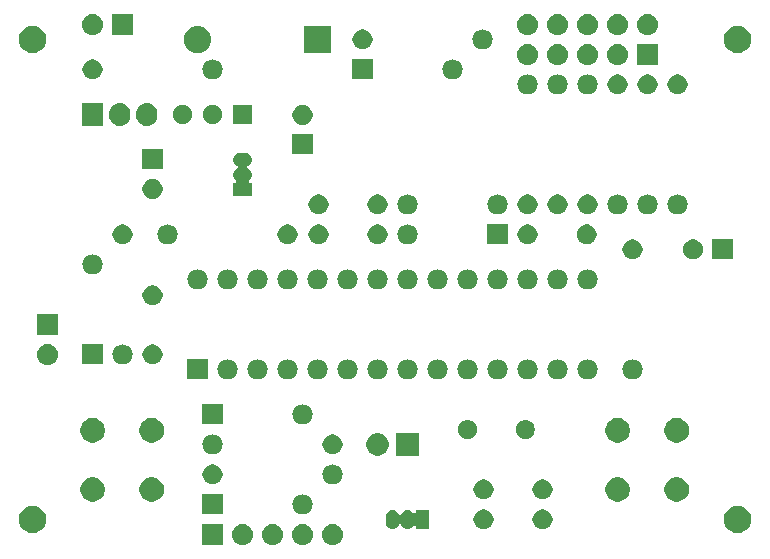
<source format=gbr>
G04 #@! TF.GenerationSoftware,KiCad,Pcbnew,(5.1.0)-1*
G04 #@! TF.CreationDate,2020-12-16T18:10:22+01:00*
G04 #@! TF.ProjectId,ECG Patient simulator,45434720-5061-4746-9965-6e742073696d,1.0*
G04 #@! TF.SameCoordinates,Original*
G04 #@! TF.FileFunction,Soldermask,Top*
G04 #@! TF.FilePolarity,Negative*
%FSLAX46Y46*%
G04 Gerber Fmt 4.6, Leading zero omitted, Abs format (unit mm)*
G04 Created by KiCad (PCBNEW (5.1.0)-1) date 2020-12-16 18:10:22*
%MOMM*%
%LPD*%
G04 APERTURE LIST*
%ADD10C,0.100000*%
G04 APERTURE END LIST*
D10*
G36*
X129171000Y-122821000D02*
G01*
X127369000Y-122821000D01*
X127369000Y-121019000D01*
X129171000Y-121019000D01*
X129171000Y-122821000D01*
X129171000Y-122821000D01*
G37*
G36*
X136000442Y-121025518D02*
G01*
X136066627Y-121032037D01*
X136236466Y-121083557D01*
X136236468Y-121083558D01*
X136260669Y-121096494D01*
X136392991Y-121167222D01*
X136423768Y-121192480D01*
X136530186Y-121279814D01*
X136613448Y-121381271D01*
X136642778Y-121417009D01*
X136726443Y-121573534D01*
X136777963Y-121743373D01*
X136795359Y-121920000D01*
X136777963Y-122096627D01*
X136726443Y-122266466D01*
X136642778Y-122422991D01*
X136613448Y-122458729D01*
X136530186Y-122560186D01*
X136428729Y-122643448D01*
X136392991Y-122672778D01*
X136236466Y-122756443D01*
X136066627Y-122807963D01*
X136000443Y-122814481D01*
X135934260Y-122821000D01*
X135845740Y-122821000D01*
X135779557Y-122814481D01*
X135713373Y-122807963D01*
X135543534Y-122756443D01*
X135387009Y-122672778D01*
X135351271Y-122643448D01*
X135249814Y-122560186D01*
X135166552Y-122458729D01*
X135137222Y-122422991D01*
X135053557Y-122266466D01*
X135002037Y-122096627D01*
X134984641Y-121920000D01*
X135002037Y-121743373D01*
X135053557Y-121573534D01*
X135137222Y-121417009D01*
X135166552Y-121381271D01*
X135249814Y-121279814D01*
X135356232Y-121192480D01*
X135387009Y-121167222D01*
X135519331Y-121096494D01*
X135543532Y-121083558D01*
X135543534Y-121083557D01*
X135713373Y-121032037D01*
X135779558Y-121025518D01*
X135845740Y-121019000D01*
X135934260Y-121019000D01*
X136000442Y-121025518D01*
X136000442Y-121025518D01*
G37*
G36*
X138540442Y-121025518D02*
G01*
X138606627Y-121032037D01*
X138776466Y-121083557D01*
X138776468Y-121083558D01*
X138800669Y-121096494D01*
X138932991Y-121167222D01*
X138963768Y-121192480D01*
X139070186Y-121279814D01*
X139153448Y-121381271D01*
X139182778Y-121417009D01*
X139266443Y-121573534D01*
X139317963Y-121743373D01*
X139335359Y-121920000D01*
X139317963Y-122096627D01*
X139266443Y-122266466D01*
X139182778Y-122422991D01*
X139153448Y-122458729D01*
X139070186Y-122560186D01*
X138968729Y-122643448D01*
X138932991Y-122672778D01*
X138776466Y-122756443D01*
X138606627Y-122807963D01*
X138540443Y-122814481D01*
X138474260Y-122821000D01*
X138385740Y-122821000D01*
X138319557Y-122814481D01*
X138253373Y-122807963D01*
X138083534Y-122756443D01*
X137927009Y-122672778D01*
X137891271Y-122643448D01*
X137789814Y-122560186D01*
X137706552Y-122458729D01*
X137677222Y-122422991D01*
X137593557Y-122266466D01*
X137542037Y-122096627D01*
X137524641Y-121920000D01*
X137542037Y-121743373D01*
X137593557Y-121573534D01*
X137677222Y-121417009D01*
X137706552Y-121381271D01*
X137789814Y-121279814D01*
X137896232Y-121192480D01*
X137927009Y-121167222D01*
X138059331Y-121096494D01*
X138083532Y-121083558D01*
X138083534Y-121083557D01*
X138253373Y-121032037D01*
X138319558Y-121025518D01*
X138385740Y-121019000D01*
X138474260Y-121019000D01*
X138540442Y-121025518D01*
X138540442Y-121025518D01*
G37*
G36*
X130920442Y-121025518D02*
G01*
X130986627Y-121032037D01*
X131156466Y-121083557D01*
X131156468Y-121083558D01*
X131180669Y-121096494D01*
X131312991Y-121167222D01*
X131343768Y-121192480D01*
X131450186Y-121279814D01*
X131533448Y-121381271D01*
X131562778Y-121417009D01*
X131646443Y-121573534D01*
X131697963Y-121743373D01*
X131715359Y-121920000D01*
X131697963Y-122096627D01*
X131646443Y-122266466D01*
X131562778Y-122422991D01*
X131533448Y-122458729D01*
X131450186Y-122560186D01*
X131348729Y-122643448D01*
X131312991Y-122672778D01*
X131156466Y-122756443D01*
X130986627Y-122807963D01*
X130920443Y-122814481D01*
X130854260Y-122821000D01*
X130765740Y-122821000D01*
X130699557Y-122814481D01*
X130633373Y-122807963D01*
X130463534Y-122756443D01*
X130307009Y-122672778D01*
X130271271Y-122643448D01*
X130169814Y-122560186D01*
X130086552Y-122458729D01*
X130057222Y-122422991D01*
X129973557Y-122266466D01*
X129922037Y-122096627D01*
X129904641Y-121920000D01*
X129922037Y-121743373D01*
X129973557Y-121573534D01*
X130057222Y-121417009D01*
X130086552Y-121381271D01*
X130169814Y-121279814D01*
X130276232Y-121192480D01*
X130307009Y-121167222D01*
X130439331Y-121096494D01*
X130463532Y-121083558D01*
X130463534Y-121083557D01*
X130633373Y-121032037D01*
X130699558Y-121025518D01*
X130765740Y-121019000D01*
X130854260Y-121019000D01*
X130920442Y-121025518D01*
X130920442Y-121025518D01*
G37*
G36*
X133460442Y-121025518D02*
G01*
X133526627Y-121032037D01*
X133696466Y-121083557D01*
X133696468Y-121083558D01*
X133720669Y-121096494D01*
X133852991Y-121167222D01*
X133883768Y-121192480D01*
X133990186Y-121279814D01*
X134073448Y-121381271D01*
X134102778Y-121417009D01*
X134186443Y-121573534D01*
X134237963Y-121743373D01*
X134255359Y-121920000D01*
X134237963Y-122096627D01*
X134186443Y-122266466D01*
X134102778Y-122422991D01*
X134073448Y-122458729D01*
X133990186Y-122560186D01*
X133888729Y-122643448D01*
X133852991Y-122672778D01*
X133696466Y-122756443D01*
X133526627Y-122807963D01*
X133460443Y-122814481D01*
X133394260Y-122821000D01*
X133305740Y-122821000D01*
X133239557Y-122814481D01*
X133173373Y-122807963D01*
X133003534Y-122756443D01*
X132847009Y-122672778D01*
X132811271Y-122643448D01*
X132709814Y-122560186D01*
X132626552Y-122458729D01*
X132597222Y-122422991D01*
X132513557Y-122266466D01*
X132462037Y-122096627D01*
X132444641Y-121920000D01*
X132462037Y-121743373D01*
X132513557Y-121573534D01*
X132597222Y-121417009D01*
X132626552Y-121381271D01*
X132709814Y-121279814D01*
X132816232Y-121192480D01*
X132847009Y-121167222D01*
X132979331Y-121096494D01*
X133003532Y-121083558D01*
X133003534Y-121083557D01*
X133173373Y-121032037D01*
X133239558Y-121025518D01*
X133305740Y-121019000D01*
X133394260Y-121019000D01*
X133460442Y-121025518D01*
X133460442Y-121025518D01*
G37*
G36*
X113254549Y-119521116D02*
G01*
X113365734Y-119543232D01*
X113575203Y-119629997D01*
X113763720Y-119755960D01*
X113924040Y-119916280D01*
X114050003Y-120104797D01*
X114050004Y-120104799D01*
X114051131Y-120107520D01*
X114136768Y-120314266D01*
X114181000Y-120536636D01*
X114181000Y-120763364D01*
X114136768Y-120985734D01*
X114098782Y-121077440D01*
X114051131Y-121192481D01*
X114050003Y-121195203D01*
X113924040Y-121383720D01*
X113763720Y-121544040D01*
X113575203Y-121670003D01*
X113365734Y-121756768D01*
X113254549Y-121778884D01*
X113143365Y-121801000D01*
X112916635Y-121801000D01*
X112805451Y-121778884D01*
X112694266Y-121756768D01*
X112484797Y-121670003D01*
X112296280Y-121544040D01*
X112135960Y-121383720D01*
X112009997Y-121195203D01*
X112008870Y-121192481D01*
X111961218Y-121077440D01*
X111923232Y-120985734D01*
X111879000Y-120763364D01*
X111879000Y-120536636D01*
X111923232Y-120314266D01*
X112008869Y-120107520D01*
X112009996Y-120104799D01*
X112009997Y-120104797D01*
X112135960Y-119916280D01*
X112296280Y-119755960D01*
X112484797Y-119629997D01*
X112694266Y-119543232D01*
X112805451Y-119521116D01*
X112916635Y-119499000D01*
X113143365Y-119499000D01*
X113254549Y-119521116D01*
X113254549Y-119521116D01*
G37*
G36*
X172944549Y-119521116D02*
G01*
X173055734Y-119543232D01*
X173265203Y-119629997D01*
X173453720Y-119755960D01*
X173614040Y-119916280D01*
X173740003Y-120104797D01*
X173740004Y-120104799D01*
X173741131Y-120107520D01*
X173826768Y-120314266D01*
X173871000Y-120536636D01*
X173871000Y-120763364D01*
X173826768Y-120985734D01*
X173788782Y-121077440D01*
X173741131Y-121192481D01*
X173740003Y-121195203D01*
X173614040Y-121383720D01*
X173453720Y-121544040D01*
X173265203Y-121670003D01*
X173055734Y-121756768D01*
X172944549Y-121778884D01*
X172833365Y-121801000D01*
X172606635Y-121801000D01*
X172495451Y-121778884D01*
X172384266Y-121756768D01*
X172174797Y-121670003D01*
X171986280Y-121544040D01*
X171825960Y-121383720D01*
X171699997Y-121195203D01*
X171698870Y-121192481D01*
X171651218Y-121077440D01*
X171613232Y-120985734D01*
X171569000Y-120763364D01*
X171569000Y-120536636D01*
X171613232Y-120314266D01*
X171698869Y-120107520D01*
X171699996Y-120104799D01*
X171699997Y-120104797D01*
X171825960Y-119916280D01*
X171986280Y-119755960D01*
X172174797Y-119629997D01*
X172384266Y-119543232D01*
X172495451Y-119521116D01*
X172606635Y-119499000D01*
X172833365Y-119499000D01*
X172944549Y-119521116D01*
X172944549Y-119521116D01*
G37*
G36*
X151458228Y-119831703D02*
G01*
X151613100Y-119895853D01*
X151752481Y-119988985D01*
X151871015Y-120107519D01*
X151964147Y-120246900D01*
X152028297Y-120401772D01*
X152061000Y-120566184D01*
X152061000Y-120733816D01*
X152028297Y-120898228D01*
X151964147Y-121053100D01*
X151871015Y-121192481D01*
X151752481Y-121311015D01*
X151613100Y-121404147D01*
X151458228Y-121468297D01*
X151293816Y-121501000D01*
X151126184Y-121501000D01*
X150961772Y-121468297D01*
X150806900Y-121404147D01*
X150667519Y-121311015D01*
X150548985Y-121192481D01*
X150455853Y-121053100D01*
X150391703Y-120898228D01*
X150359000Y-120733816D01*
X150359000Y-120566184D01*
X150391703Y-120401772D01*
X150455853Y-120246900D01*
X150548985Y-120107519D01*
X150667519Y-119988985D01*
X150806900Y-119895853D01*
X150961772Y-119831703D01*
X151126184Y-119799000D01*
X151293816Y-119799000D01*
X151458228Y-119831703D01*
X151458228Y-119831703D01*
G37*
G36*
X156458228Y-119831703D02*
G01*
X156613100Y-119895853D01*
X156752481Y-119988985D01*
X156871015Y-120107519D01*
X156964147Y-120246900D01*
X157028297Y-120401772D01*
X157061000Y-120566184D01*
X157061000Y-120733816D01*
X157028297Y-120898228D01*
X156964147Y-121053100D01*
X156871015Y-121192481D01*
X156752481Y-121311015D01*
X156613100Y-121404147D01*
X156458228Y-121468297D01*
X156293816Y-121501000D01*
X156126184Y-121501000D01*
X155961772Y-121468297D01*
X155806900Y-121404147D01*
X155667519Y-121311015D01*
X155548985Y-121192481D01*
X155455853Y-121053100D01*
X155391703Y-120898228D01*
X155359000Y-120733816D01*
X155359000Y-120566184D01*
X155391703Y-120401772D01*
X155455853Y-120246900D01*
X155548985Y-120107519D01*
X155667519Y-119988985D01*
X155806900Y-119895853D01*
X155961772Y-119831703D01*
X156126184Y-119799000D01*
X156293816Y-119799000D01*
X156458228Y-119831703D01*
X156458228Y-119831703D01*
G37*
G36*
X144892916Y-119857334D02*
G01*
X145001492Y-119890271D01*
X145001495Y-119890272D01*
X145037601Y-119909571D01*
X145101557Y-119943756D01*
X145189264Y-120015736D01*
X145252383Y-120092646D01*
X145269702Y-120109965D01*
X145290077Y-120123579D01*
X145312716Y-120132957D01*
X145336749Y-120137737D01*
X145361253Y-120137737D01*
X145385286Y-120132957D01*
X145407925Y-120123579D01*
X145428299Y-120109966D01*
X145445626Y-120092639D01*
X145459240Y-120072264D01*
X145468618Y-120049625D01*
X145473398Y-120025592D01*
X145474000Y-120013340D01*
X145474000Y-119849000D01*
X146626000Y-119849000D01*
X146626000Y-121451000D01*
X145474000Y-121451000D01*
X145474000Y-121286660D01*
X145471598Y-121262274D01*
X145464485Y-121238825D01*
X145452934Y-121217214D01*
X145437389Y-121198272D01*
X145418447Y-121182727D01*
X145396836Y-121171176D01*
X145373387Y-121164063D01*
X145349001Y-121161661D01*
X145324615Y-121164063D01*
X145301166Y-121171176D01*
X145279555Y-121182727D01*
X145252381Y-121207356D01*
X145189264Y-121284264D01*
X145101556Y-121356244D01*
X145050153Y-121383719D01*
X145001494Y-121409728D01*
X145001491Y-121409729D01*
X144892915Y-121442666D01*
X144780000Y-121453787D01*
X144667084Y-121442666D01*
X144558508Y-121409729D01*
X144558505Y-121409728D01*
X144509846Y-121383719D01*
X144458443Y-121356244D01*
X144370736Y-121284264D01*
X144298756Y-121196556D01*
X144255239Y-121115140D01*
X144241625Y-121094766D01*
X144224298Y-121077439D01*
X144203924Y-121063825D01*
X144181285Y-121054448D01*
X144157251Y-121049668D01*
X144132747Y-121049668D01*
X144108714Y-121054449D01*
X144086075Y-121063826D01*
X144065701Y-121077440D01*
X144048374Y-121094767D01*
X144034762Y-121115140D01*
X143991244Y-121196557D01*
X143919264Y-121284264D01*
X143831556Y-121356244D01*
X143780153Y-121383719D01*
X143731494Y-121409728D01*
X143731491Y-121409729D01*
X143622915Y-121442666D01*
X143510000Y-121453787D01*
X143397084Y-121442666D01*
X143288508Y-121409729D01*
X143288505Y-121409728D01*
X143239846Y-121383719D01*
X143188443Y-121356244D01*
X143100736Y-121284264D01*
X143028756Y-121196556D01*
X142985239Y-121115140D01*
X142975272Y-121096494D01*
X142971348Y-121083558D01*
X142942334Y-120987915D01*
X142934000Y-120903297D01*
X142934000Y-120396702D01*
X142942334Y-120312084D01*
X142975271Y-120203508D01*
X142975272Y-120203505D01*
X143028756Y-120103445D01*
X143028757Y-120103443D01*
X143100737Y-120015736D01*
X143188444Y-119943756D01*
X143252400Y-119909571D01*
X143288506Y-119890272D01*
X143288509Y-119890271D01*
X143397085Y-119857334D01*
X143510000Y-119846213D01*
X143622916Y-119857334D01*
X143731492Y-119890271D01*
X143731495Y-119890272D01*
X143767601Y-119909571D01*
X143831557Y-119943756D01*
X143919264Y-120015736D01*
X143991244Y-120103443D01*
X144026832Y-120170025D01*
X144034761Y-120184859D01*
X144048375Y-120205234D01*
X144065702Y-120222561D01*
X144086076Y-120236174D01*
X144108715Y-120245552D01*
X144132748Y-120250332D01*
X144157252Y-120250332D01*
X144181285Y-120245552D01*
X144203924Y-120236174D01*
X144224299Y-120222560D01*
X144241626Y-120205233D01*
X144255239Y-120184859D01*
X144298756Y-120103445D01*
X144298757Y-120103443D01*
X144370737Y-120015736D01*
X144458444Y-119943756D01*
X144522400Y-119909571D01*
X144558506Y-119890272D01*
X144558509Y-119890271D01*
X144667085Y-119857334D01*
X144780000Y-119846213D01*
X144892916Y-119857334D01*
X144892916Y-119857334D01*
G37*
G36*
X136056823Y-118541313D02*
G01*
X136217242Y-118589976D01*
X136349906Y-118660886D01*
X136365078Y-118668996D01*
X136494659Y-118775341D01*
X136601004Y-118904922D01*
X136601005Y-118904924D01*
X136680024Y-119052758D01*
X136728687Y-119213177D01*
X136745117Y-119380000D01*
X136728687Y-119546823D01*
X136680024Y-119707242D01*
X136630978Y-119799000D01*
X136601004Y-119855078D01*
X136494659Y-119984659D01*
X136365078Y-120091004D01*
X136365076Y-120091005D01*
X136217242Y-120170024D01*
X136056823Y-120218687D01*
X135931804Y-120231000D01*
X135848196Y-120231000D01*
X135723177Y-120218687D01*
X135562758Y-120170024D01*
X135414924Y-120091005D01*
X135414922Y-120091004D01*
X135285341Y-119984659D01*
X135178996Y-119855078D01*
X135149022Y-119799000D01*
X135099976Y-119707242D01*
X135051313Y-119546823D01*
X135034883Y-119380000D01*
X135051313Y-119213177D01*
X135099976Y-119052758D01*
X135178995Y-118904924D01*
X135178996Y-118904922D01*
X135285341Y-118775341D01*
X135414922Y-118668996D01*
X135430094Y-118660886D01*
X135562758Y-118589976D01*
X135723177Y-118541313D01*
X135848196Y-118529000D01*
X135931804Y-118529000D01*
X136056823Y-118541313D01*
X136056823Y-118541313D01*
G37*
G36*
X129121000Y-120231000D02*
G01*
X127419000Y-120231000D01*
X127419000Y-118529000D01*
X129121000Y-118529000D01*
X129121000Y-120231000D01*
X129121000Y-120231000D01*
G37*
G36*
X162866564Y-117099389D02*
G01*
X163030376Y-117167242D01*
X163057835Y-117178616D01*
X163229973Y-117293635D01*
X163376365Y-117440027D01*
X163479345Y-117594147D01*
X163491385Y-117612167D01*
X163570611Y-117803436D01*
X163611000Y-118006484D01*
X163611000Y-118213516D01*
X163570611Y-118416564D01*
X163491385Y-118607833D01*
X163491384Y-118607835D01*
X163376365Y-118779973D01*
X163229973Y-118926365D01*
X163057835Y-119041384D01*
X163057834Y-119041385D01*
X163057833Y-119041385D01*
X162866564Y-119120611D01*
X162663516Y-119161000D01*
X162456484Y-119161000D01*
X162253436Y-119120611D01*
X162062167Y-119041385D01*
X162062166Y-119041385D01*
X162062165Y-119041384D01*
X161890027Y-118926365D01*
X161743635Y-118779973D01*
X161628616Y-118607835D01*
X161628615Y-118607833D01*
X161549389Y-118416564D01*
X161509000Y-118213516D01*
X161509000Y-118006484D01*
X161549389Y-117803436D01*
X161628615Y-117612167D01*
X161640656Y-117594147D01*
X161743635Y-117440027D01*
X161890027Y-117293635D01*
X162062165Y-117178616D01*
X162089624Y-117167242D01*
X162253436Y-117099389D01*
X162456484Y-117059000D01*
X162663516Y-117059000D01*
X162866564Y-117099389D01*
X162866564Y-117099389D01*
G37*
G36*
X167866564Y-117099389D02*
G01*
X168030376Y-117167242D01*
X168057835Y-117178616D01*
X168229973Y-117293635D01*
X168376365Y-117440027D01*
X168479345Y-117594147D01*
X168491385Y-117612167D01*
X168570611Y-117803436D01*
X168611000Y-118006484D01*
X168611000Y-118213516D01*
X168570611Y-118416564D01*
X168491385Y-118607833D01*
X168491384Y-118607835D01*
X168376365Y-118779973D01*
X168229973Y-118926365D01*
X168057835Y-119041384D01*
X168057834Y-119041385D01*
X168057833Y-119041385D01*
X167866564Y-119120611D01*
X167663516Y-119161000D01*
X167456484Y-119161000D01*
X167253436Y-119120611D01*
X167062167Y-119041385D01*
X167062166Y-119041385D01*
X167062165Y-119041384D01*
X166890027Y-118926365D01*
X166743635Y-118779973D01*
X166628616Y-118607835D01*
X166628615Y-118607833D01*
X166549389Y-118416564D01*
X166509000Y-118213516D01*
X166509000Y-118006484D01*
X166549389Y-117803436D01*
X166628615Y-117612167D01*
X166640656Y-117594147D01*
X166743635Y-117440027D01*
X166890027Y-117293635D01*
X167062165Y-117178616D01*
X167089624Y-117167242D01*
X167253436Y-117099389D01*
X167456484Y-117059000D01*
X167663516Y-117059000D01*
X167866564Y-117099389D01*
X167866564Y-117099389D01*
G37*
G36*
X118416564Y-117099389D02*
G01*
X118580376Y-117167242D01*
X118607835Y-117178616D01*
X118779973Y-117293635D01*
X118926365Y-117440027D01*
X119029345Y-117594147D01*
X119041385Y-117612167D01*
X119120611Y-117803436D01*
X119161000Y-118006484D01*
X119161000Y-118213516D01*
X119120611Y-118416564D01*
X119041385Y-118607833D01*
X119041384Y-118607835D01*
X118926365Y-118779973D01*
X118779973Y-118926365D01*
X118607835Y-119041384D01*
X118607834Y-119041385D01*
X118607833Y-119041385D01*
X118416564Y-119120611D01*
X118213516Y-119161000D01*
X118006484Y-119161000D01*
X117803436Y-119120611D01*
X117612167Y-119041385D01*
X117612166Y-119041385D01*
X117612165Y-119041384D01*
X117440027Y-118926365D01*
X117293635Y-118779973D01*
X117178616Y-118607835D01*
X117178615Y-118607833D01*
X117099389Y-118416564D01*
X117059000Y-118213516D01*
X117059000Y-118006484D01*
X117099389Y-117803436D01*
X117178615Y-117612167D01*
X117190656Y-117594147D01*
X117293635Y-117440027D01*
X117440027Y-117293635D01*
X117612165Y-117178616D01*
X117639624Y-117167242D01*
X117803436Y-117099389D01*
X118006484Y-117059000D01*
X118213516Y-117059000D01*
X118416564Y-117099389D01*
X118416564Y-117099389D01*
G37*
G36*
X123416564Y-117099389D02*
G01*
X123580376Y-117167242D01*
X123607835Y-117178616D01*
X123779973Y-117293635D01*
X123926365Y-117440027D01*
X124029345Y-117594147D01*
X124041385Y-117612167D01*
X124120611Y-117803436D01*
X124161000Y-118006484D01*
X124161000Y-118213516D01*
X124120611Y-118416564D01*
X124041385Y-118607833D01*
X124041384Y-118607835D01*
X123926365Y-118779973D01*
X123779973Y-118926365D01*
X123607835Y-119041384D01*
X123607834Y-119041385D01*
X123607833Y-119041385D01*
X123416564Y-119120611D01*
X123213516Y-119161000D01*
X123006484Y-119161000D01*
X122803436Y-119120611D01*
X122612167Y-119041385D01*
X122612166Y-119041385D01*
X122612165Y-119041384D01*
X122440027Y-118926365D01*
X122293635Y-118779973D01*
X122178616Y-118607835D01*
X122178615Y-118607833D01*
X122099389Y-118416564D01*
X122059000Y-118213516D01*
X122059000Y-118006484D01*
X122099389Y-117803436D01*
X122178615Y-117612167D01*
X122190656Y-117594147D01*
X122293635Y-117440027D01*
X122440027Y-117293635D01*
X122612165Y-117178616D01*
X122639624Y-117167242D01*
X122803436Y-117099389D01*
X123006484Y-117059000D01*
X123213516Y-117059000D01*
X123416564Y-117099389D01*
X123416564Y-117099389D01*
G37*
G36*
X156458228Y-117291703D02*
G01*
X156613100Y-117355853D01*
X156752481Y-117448985D01*
X156871015Y-117567519D01*
X156964147Y-117706900D01*
X157028297Y-117861772D01*
X157061000Y-118026184D01*
X157061000Y-118193816D01*
X157028297Y-118358228D01*
X156964147Y-118513100D01*
X156871015Y-118652481D01*
X156752481Y-118771015D01*
X156613100Y-118864147D01*
X156458228Y-118928297D01*
X156293816Y-118961000D01*
X156126184Y-118961000D01*
X155961772Y-118928297D01*
X155806900Y-118864147D01*
X155667519Y-118771015D01*
X155548985Y-118652481D01*
X155455853Y-118513100D01*
X155391703Y-118358228D01*
X155359000Y-118193816D01*
X155359000Y-118026184D01*
X155391703Y-117861772D01*
X155455853Y-117706900D01*
X155548985Y-117567519D01*
X155667519Y-117448985D01*
X155806900Y-117355853D01*
X155961772Y-117291703D01*
X156126184Y-117259000D01*
X156293816Y-117259000D01*
X156458228Y-117291703D01*
X156458228Y-117291703D01*
G37*
G36*
X151458228Y-117291703D02*
G01*
X151613100Y-117355853D01*
X151752481Y-117448985D01*
X151871015Y-117567519D01*
X151964147Y-117706900D01*
X152028297Y-117861772D01*
X152061000Y-118026184D01*
X152061000Y-118193816D01*
X152028297Y-118358228D01*
X151964147Y-118513100D01*
X151871015Y-118652481D01*
X151752481Y-118771015D01*
X151613100Y-118864147D01*
X151458228Y-118928297D01*
X151293816Y-118961000D01*
X151126184Y-118961000D01*
X150961772Y-118928297D01*
X150806900Y-118864147D01*
X150667519Y-118771015D01*
X150548985Y-118652481D01*
X150455853Y-118513100D01*
X150391703Y-118358228D01*
X150359000Y-118193816D01*
X150359000Y-118026184D01*
X150391703Y-117861772D01*
X150455853Y-117706900D01*
X150548985Y-117567519D01*
X150667519Y-117448985D01*
X150806900Y-117355853D01*
X150961772Y-117291703D01*
X151126184Y-117259000D01*
X151293816Y-117259000D01*
X151458228Y-117291703D01*
X151458228Y-117291703D01*
G37*
G36*
X138596823Y-116001313D02*
G01*
X138757242Y-116049976D01*
X138824361Y-116085852D01*
X138905078Y-116128996D01*
X139034659Y-116235341D01*
X139141004Y-116364922D01*
X139141005Y-116364924D01*
X139220024Y-116512758D01*
X139268687Y-116673177D01*
X139285117Y-116840000D01*
X139268687Y-117006823D01*
X139220024Y-117167242D01*
X139179477Y-117243100D01*
X139141004Y-117315078D01*
X139034659Y-117444659D01*
X138905078Y-117551004D01*
X138905076Y-117551005D01*
X138757242Y-117630024D01*
X138596823Y-117678687D01*
X138471804Y-117691000D01*
X138388196Y-117691000D01*
X138263177Y-117678687D01*
X138102758Y-117630024D01*
X137954924Y-117551005D01*
X137954922Y-117551004D01*
X137825341Y-117444659D01*
X137718996Y-117315078D01*
X137680523Y-117243100D01*
X137639976Y-117167242D01*
X137591313Y-117006823D01*
X137574883Y-116840000D01*
X137591313Y-116673177D01*
X137639976Y-116512758D01*
X137718995Y-116364924D01*
X137718996Y-116364922D01*
X137825341Y-116235341D01*
X137954922Y-116128996D01*
X138035639Y-116085852D01*
X138102758Y-116049976D01*
X138263177Y-116001313D01*
X138388196Y-115989000D01*
X138471804Y-115989000D01*
X138596823Y-116001313D01*
X138596823Y-116001313D01*
G37*
G36*
X128518228Y-116021703D02*
G01*
X128673100Y-116085853D01*
X128812481Y-116178985D01*
X128931015Y-116297519D01*
X129024147Y-116436900D01*
X129088297Y-116591772D01*
X129121000Y-116756184D01*
X129121000Y-116923816D01*
X129088297Y-117088228D01*
X129024147Y-117243100D01*
X128931015Y-117382481D01*
X128812481Y-117501015D01*
X128673100Y-117594147D01*
X128518228Y-117658297D01*
X128353816Y-117691000D01*
X128186184Y-117691000D01*
X128021772Y-117658297D01*
X127866900Y-117594147D01*
X127727519Y-117501015D01*
X127608985Y-117382481D01*
X127515853Y-117243100D01*
X127451703Y-117088228D01*
X127419000Y-116923816D01*
X127419000Y-116756184D01*
X127451703Y-116591772D01*
X127515853Y-116436900D01*
X127608985Y-116297519D01*
X127727519Y-116178985D01*
X127866900Y-116085853D01*
X128021772Y-116021703D01*
X128186184Y-115989000D01*
X128353816Y-115989000D01*
X128518228Y-116021703D01*
X128518228Y-116021703D01*
G37*
G36*
X145731000Y-115251000D02*
G01*
X143829000Y-115251000D01*
X143829000Y-113349000D01*
X145731000Y-113349000D01*
X145731000Y-115251000D01*
X145731000Y-115251000D01*
G37*
G36*
X142517395Y-113385546D02*
G01*
X142690466Y-113457234D01*
X142696572Y-113461314D01*
X142846227Y-113561310D01*
X142978690Y-113693773D01*
X143021284Y-113757520D01*
X143082766Y-113849534D01*
X143154454Y-114022605D01*
X143191000Y-114206333D01*
X143191000Y-114393667D01*
X143154454Y-114577395D01*
X143082766Y-114750466D01*
X143082765Y-114750467D01*
X142978690Y-114906227D01*
X142846227Y-115038690D01*
X142823092Y-115054148D01*
X142690466Y-115142766D01*
X142517395Y-115214454D01*
X142333667Y-115251000D01*
X142146333Y-115251000D01*
X141962605Y-115214454D01*
X141789534Y-115142766D01*
X141656908Y-115054148D01*
X141633773Y-115038690D01*
X141501310Y-114906227D01*
X141397235Y-114750467D01*
X141397234Y-114750466D01*
X141325546Y-114577395D01*
X141289000Y-114393667D01*
X141289000Y-114206333D01*
X141325546Y-114022605D01*
X141397234Y-113849534D01*
X141458716Y-113757520D01*
X141501310Y-113693773D01*
X141633773Y-113561310D01*
X141783428Y-113461314D01*
X141789534Y-113457234D01*
X141962605Y-113385546D01*
X142146333Y-113349000D01*
X142333667Y-113349000D01*
X142517395Y-113385546D01*
X142517395Y-113385546D01*
G37*
G36*
X128436823Y-113461313D02*
G01*
X128597242Y-113509976D01*
X128654550Y-113540608D01*
X128745078Y-113588996D01*
X128874659Y-113695341D01*
X128981004Y-113824922D01*
X128981005Y-113824924D01*
X129060024Y-113972758D01*
X129108687Y-114133177D01*
X129125117Y-114300000D01*
X129108687Y-114466823D01*
X129060024Y-114627242D01*
X129019477Y-114703100D01*
X128981004Y-114775078D01*
X128874659Y-114904659D01*
X128745078Y-115011004D01*
X128745076Y-115011005D01*
X128597242Y-115090024D01*
X128436823Y-115138687D01*
X128311804Y-115151000D01*
X128228196Y-115151000D01*
X128103177Y-115138687D01*
X127942758Y-115090024D01*
X127794924Y-115011005D01*
X127794922Y-115011004D01*
X127665341Y-114904659D01*
X127558996Y-114775078D01*
X127520523Y-114703100D01*
X127479976Y-114627242D01*
X127431313Y-114466823D01*
X127414883Y-114300000D01*
X127431313Y-114133177D01*
X127479976Y-113972758D01*
X127558995Y-113824924D01*
X127558996Y-113824922D01*
X127665341Y-113695341D01*
X127794922Y-113588996D01*
X127885450Y-113540608D01*
X127942758Y-113509976D01*
X128103177Y-113461313D01*
X128228196Y-113449000D01*
X128311804Y-113449000D01*
X128436823Y-113461313D01*
X128436823Y-113461313D01*
G37*
G36*
X138678228Y-113481703D02*
G01*
X138833100Y-113545853D01*
X138972481Y-113638985D01*
X139091015Y-113757519D01*
X139184147Y-113896900D01*
X139248297Y-114051772D01*
X139281000Y-114216184D01*
X139281000Y-114383816D01*
X139248297Y-114548228D01*
X139184147Y-114703100D01*
X139091015Y-114842481D01*
X138972481Y-114961015D01*
X138833100Y-115054147D01*
X138678228Y-115118297D01*
X138513816Y-115151000D01*
X138346184Y-115151000D01*
X138181772Y-115118297D01*
X138026900Y-115054147D01*
X137887519Y-114961015D01*
X137768985Y-114842481D01*
X137675853Y-114703100D01*
X137611703Y-114548228D01*
X137579000Y-114383816D01*
X137579000Y-114216184D01*
X137611703Y-114051772D01*
X137675853Y-113896900D01*
X137768985Y-113757519D01*
X137887519Y-113638985D01*
X138026900Y-113545853D01*
X138181772Y-113481703D01*
X138346184Y-113449000D01*
X138513816Y-113449000D01*
X138678228Y-113481703D01*
X138678228Y-113481703D01*
G37*
G36*
X167866564Y-112099389D02*
G01*
X168057833Y-112178615D01*
X168057835Y-112178616D01*
X168229973Y-112293635D01*
X168376365Y-112440027D01*
X168490606Y-112611000D01*
X168491385Y-112612167D01*
X168570611Y-112803436D01*
X168611000Y-113006484D01*
X168611000Y-113213516D01*
X168570611Y-113416564D01*
X168491385Y-113607833D01*
X168491384Y-113607835D01*
X168376365Y-113779973D01*
X168229973Y-113926365D01*
X168057835Y-114041384D01*
X168057834Y-114041385D01*
X168057833Y-114041385D01*
X167866564Y-114120611D01*
X167663516Y-114161000D01*
X167456484Y-114161000D01*
X167253436Y-114120611D01*
X167062167Y-114041385D01*
X167062166Y-114041385D01*
X167062165Y-114041384D01*
X166890027Y-113926365D01*
X166743635Y-113779973D01*
X166628616Y-113607835D01*
X166628615Y-113607833D01*
X166549389Y-113416564D01*
X166509000Y-113213516D01*
X166509000Y-113006484D01*
X166549389Y-112803436D01*
X166628615Y-112612167D01*
X166629395Y-112611000D01*
X166743635Y-112440027D01*
X166890027Y-112293635D01*
X167062165Y-112178616D01*
X167062167Y-112178615D01*
X167253436Y-112099389D01*
X167456484Y-112059000D01*
X167663516Y-112059000D01*
X167866564Y-112099389D01*
X167866564Y-112099389D01*
G37*
G36*
X162866564Y-112099389D02*
G01*
X163057833Y-112178615D01*
X163057835Y-112178616D01*
X163229973Y-112293635D01*
X163376365Y-112440027D01*
X163490606Y-112611000D01*
X163491385Y-112612167D01*
X163570611Y-112803436D01*
X163611000Y-113006484D01*
X163611000Y-113213516D01*
X163570611Y-113416564D01*
X163491385Y-113607833D01*
X163491384Y-113607835D01*
X163376365Y-113779973D01*
X163229973Y-113926365D01*
X163057835Y-114041384D01*
X163057834Y-114041385D01*
X163057833Y-114041385D01*
X162866564Y-114120611D01*
X162663516Y-114161000D01*
X162456484Y-114161000D01*
X162253436Y-114120611D01*
X162062167Y-114041385D01*
X162062166Y-114041385D01*
X162062165Y-114041384D01*
X161890027Y-113926365D01*
X161743635Y-113779973D01*
X161628616Y-113607835D01*
X161628615Y-113607833D01*
X161549389Y-113416564D01*
X161509000Y-113213516D01*
X161509000Y-113006484D01*
X161549389Y-112803436D01*
X161628615Y-112612167D01*
X161629395Y-112611000D01*
X161743635Y-112440027D01*
X161890027Y-112293635D01*
X162062165Y-112178616D01*
X162062167Y-112178615D01*
X162253436Y-112099389D01*
X162456484Y-112059000D01*
X162663516Y-112059000D01*
X162866564Y-112099389D01*
X162866564Y-112099389D01*
G37*
G36*
X123416564Y-112099389D02*
G01*
X123607833Y-112178615D01*
X123607835Y-112178616D01*
X123779973Y-112293635D01*
X123926365Y-112440027D01*
X124040606Y-112611000D01*
X124041385Y-112612167D01*
X124120611Y-112803436D01*
X124161000Y-113006484D01*
X124161000Y-113213516D01*
X124120611Y-113416564D01*
X124041385Y-113607833D01*
X124041384Y-113607835D01*
X123926365Y-113779973D01*
X123779973Y-113926365D01*
X123607835Y-114041384D01*
X123607834Y-114041385D01*
X123607833Y-114041385D01*
X123416564Y-114120611D01*
X123213516Y-114161000D01*
X123006484Y-114161000D01*
X122803436Y-114120611D01*
X122612167Y-114041385D01*
X122612166Y-114041385D01*
X122612165Y-114041384D01*
X122440027Y-113926365D01*
X122293635Y-113779973D01*
X122178616Y-113607835D01*
X122178615Y-113607833D01*
X122099389Y-113416564D01*
X122059000Y-113213516D01*
X122059000Y-113006484D01*
X122099389Y-112803436D01*
X122178615Y-112612167D01*
X122179395Y-112611000D01*
X122293635Y-112440027D01*
X122440027Y-112293635D01*
X122612165Y-112178616D01*
X122612167Y-112178615D01*
X122803436Y-112099389D01*
X123006484Y-112059000D01*
X123213516Y-112059000D01*
X123416564Y-112099389D01*
X123416564Y-112099389D01*
G37*
G36*
X118416564Y-112099389D02*
G01*
X118607833Y-112178615D01*
X118607835Y-112178616D01*
X118779973Y-112293635D01*
X118926365Y-112440027D01*
X119040606Y-112611000D01*
X119041385Y-112612167D01*
X119120611Y-112803436D01*
X119161000Y-113006484D01*
X119161000Y-113213516D01*
X119120611Y-113416564D01*
X119041385Y-113607833D01*
X119041384Y-113607835D01*
X118926365Y-113779973D01*
X118779973Y-113926365D01*
X118607835Y-114041384D01*
X118607834Y-114041385D01*
X118607833Y-114041385D01*
X118416564Y-114120611D01*
X118213516Y-114161000D01*
X118006484Y-114161000D01*
X117803436Y-114120611D01*
X117612167Y-114041385D01*
X117612166Y-114041385D01*
X117612165Y-114041384D01*
X117440027Y-113926365D01*
X117293635Y-113779973D01*
X117178616Y-113607835D01*
X117178615Y-113607833D01*
X117099389Y-113416564D01*
X117059000Y-113213516D01*
X117059000Y-113006484D01*
X117099389Y-112803436D01*
X117178615Y-112612167D01*
X117179395Y-112611000D01*
X117293635Y-112440027D01*
X117440027Y-112293635D01*
X117612165Y-112178616D01*
X117612167Y-112178615D01*
X117803436Y-112099389D01*
X118006484Y-112059000D01*
X118213516Y-112059000D01*
X118416564Y-112099389D01*
X118416564Y-112099389D01*
G37*
G36*
X154993642Y-112259781D02*
G01*
X155075372Y-112293635D01*
X155139416Y-112320163D01*
X155270608Y-112407822D01*
X155382178Y-112519392D01*
X155469837Y-112650584D01*
X155469838Y-112650586D01*
X155530219Y-112796358D01*
X155561000Y-112951107D01*
X155561000Y-113108893D01*
X155530219Y-113263642D01*
X155494862Y-113349000D01*
X155469837Y-113409416D01*
X155382178Y-113540608D01*
X155270608Y-113652178D01*
X155139416Y-113739837D01*
X155139415Y-113739838D01*
X155139414Y-113739838D01*
X154993642Y-113800219D01*
X154838893Y-113831000D01*
X154681107Y-113831000D01*
X154526358Y-113800219D01*
X154380586Y-113739838D01*
X154380585Y-113739838D01*
X154380584Y-113739837D01*
X154249392Y-113652178D01*
X154137822Y-113540608D01*
X154050163Y-113409416D01*
X154025138Y-113349000D01*
X153989781Y-113263642D01*
X153959000Y-113108893D01*
X153959000Y-112951107D01*
X153989781Y-112796358D01*
X154050162Y-112650586D01*
X154050163Y-112650584D01*
X154137822Y-112519392D01*
X154249392Y-112407822D01*
X154380584Y-112320163D01*
X154444628Y-112293635D01*
X154526358Y-112259781D01*
X154681107Y-112229000D01*
X154838893Y-112229000D01*
X154993642Y-112259781D01*
X154993642Y-112259781D01*
G37*
G36*
X150093642Y-112259781D02*
G01*
X150175372Y-112293635D01*
X150239416Y-112320163D01*
X150370608Y-112407822D01*
X150482178Y-112519392D01*
X150569837Y-112650584D01*
X150569838Y-112650586D01*
X150630219Y-112796358D01*
X150661000Y-112951107D01*
X150661000Y-113108893D01*
X150630219Y-113263642D01*
X150594862Y-113349000D01*
X150569837Y-113409416D01*
X150482178Y-113540608D01*
X150370608Y-113652178D01*
X150239416Y-113739837D01*
X150239415Y-113739838D01*
X150239414Y-113739838D01*
X150093642Y-113800219D01*
X149938893Y-113831000D01*
X149781107Y-113831000D01*
X149626358Y-113800219D01*
X149480586Y-113739838D01*
X149480585Y-113739838D01*
X149480584Y-113739837D01*
X149349392Y-113652178D01*
X149237822Y-113540608D01*
X149150163Y-113409416D01*
X149125138Y-113349000D01*
X149089781Y-113263642D01*
X149059000Y-113108893D01*
X149059000Y-112951107D01*
X149089781Y-112796358D01*
X149150162Y-112650586D01*
X149150163Y-112650584D01*
X149237822Y-112519392D01*
X149349392Y-112407822D01*
X149480584Y-112320163D01*
X149544628Y-112293635D01*
X149626358Y-112259781D01*
X149781107Y-112229000D01*
X149938893Y-112229000D01*
X150093642Y-112259781D01*
X150093642Y-112259781D01*
G37*
G36*
X129121000Y-112611000D02*
G01*
X127419000Y-112611000D01*
X127419000Y-110909000D01*
X129121000Y-110909000D01*
X129121000Y-112611000D01*
X129121000Y-112611000D01*
G37*
G36*
X136056823Y-110921313D02*
G01*
X136217242Y-110969976D01*
X136349906Y-111040886D01*
X136365078Y-111048996D01*
X136494659Y-111155341D01*
X136601004Y-111284922D01*
X136601005Y-111284924D01*
X136680024Y-111432758D01*
X136728687Y-111593177D01*
X136745117Y-111760000D01*
X136728687Y-111926823D01*
X136680024Y-112087242D01*
X136609114Y-112219906D01*
X136601004Y-112235078D01*
X136494659Y-112364659D01*
X136365078Y-112471004D01*
X136365076Y-112471005D01*
X136217242Y-112550024D01*
X136056823Y-112598687D01*
X135931804Y-112611000D01*
X135848196Y-112611000D01*
X135723177Y-112598687D01*
X135562758Y-112550024D01*
X135414924Y-112471005D01*
X135414922Y-112471004D01*
X135285341Y-112364659D01*
X135178996Y-112235078D01*
X135170886Y-112219906D01*
X135099976Y-112087242D01*
X135051313Y-111926823D01*
X135034883Y-111760000D01*
X135051313Y-111593177D01*
X135099976Y-111432758D01*
X135178995Y-111284924D01*
X135178996Y-111284922D01*
X135285341Y-111155341D01*
X135414922Y-111048996D01*
X135430094Y-111040886D01*
X135562758Y-110969976D01*
X135723177Y-110921313D01*
X135848196Y-110909000D01*
X135931804Y-110909000D01*
X136056823Y-110921313D01*
X136056823Y-110921313D01*
G37*
G36*
X129706823Y-107111313D02*
G01*
X129867242Y-107159976D01*
X129999906Y-107230886D01*
X130015078Y-107238996D01*
X130144659Y-107345341D01*
X130251004Y-107474922D01*
X130251005Y-107474924D01*
X130330024Y-107622758D01*
X130378687Y-107783177D01*
X130395117Y-107950000D01*
X130378687Y-108116823D01*
X130330024Y-108277242D01*
X130259114Y-108409906D01*
X130251004Y-108425078D01*
X130144659Y-108554659D01*
X130015078Y-108661004D01*
X130015076Y-108661005D01*
X129867242Y-108740024D01*
X129706823Y-108788687D01*
X129581804Y-108801000D01*
X129498196Y-108801000D01*
X129373177Y-108788687D01*
X129212758Y-108740024D01*
X129064924Y-108661005D01*
X129064922Y-108661004D01*
X128935341Y-108554659D01*
X128828996Y-108425078D01*
X128820886Y-108409906D01*
X128749976Y-108277242D01*
X128701313Y-108116823D01*
X128684883Y-107950000D01*
X128701313Y-107783177D01*
X128749976Y-107622758D01*
X128828995Y-107474924D01*
X128828996Y-107474922D01*
X128935341Y-107345341D01*
X129064922Y-107238996D01*
X129080094Y-107230886D01*
X129212758Y-107159976D01*
X129373177Y-107111313D01*
X129498196Y-107099000D01*
X129581804Y-107099000D01*
X129706823Y-107111313D01*
X129706823Y-107111313D01*
G37*
G36*
X160186823Y-107111313D02*
G01*
X160347242Y-107159976D01*
X160479906Y-107230886D01*
X160495078Y-107238996D01*
X160624659Y-107345341D01*
X160731004Y-107474922D01*
X160731005Y-107474924D01*
X160810024Y-107622758D01*
X160858687Y-107783177D01*
X160875117Y-107950000D01*
X160858687Y-108116823D01*
X160810024Y-108277242D01*
X160739114Y-108409906D01*
X160731004Y-108425078D01*
X160624659Y-108554659D01*
X160495078Y-108661004D01*
X160495076Y-108661005D01*
X160347242Y-108740024D01*
X160186823Y-108788687D01*
X160061804Y-108801000D01*
X159978196Y-108801000D01*
X159853177Y-108788687D01*
X159692758Y-108740024D01*
X159544924Y-108661005D01*
X159544922Y-108661004D01*
X159415341Y-108554659D01*
X159308996Y-108425078D01*
X159300886Y-108409906D01*
X159229976Y-108277242D01*
X159181313Y-108116823D01*
X159164883Y-107950000D01*
X159181313Y-107783177D01*
X159229976Y-107622758D01*
X159308995Y-107474924D01*
X159308996Y-107474922D01*
X159415341Y-107345341D01*
X159544922Y-107238996D01*
X159560094Y-107230886D01*
X159692758Y-107159976D01*
X159853177Y-107111313D01*
X159978196Y-107099000D01*
X160061804Y-107099000D01*
X160186823Y-107111313D01*
X160186823Y-107111313D01*
G37*
G36*
X127851000Y-108801000D02*
G01*
X126149000Y-108801000D01*
X126149000Y-107099000D01*
X127851000Y-107099000D01*
X127851000Y-108801000D01*
X127851000Y-108801000D01*
G37*
G36*
X132246823Y-107111313D02*
G01*
X132407242Y-107159976D01*
X132539906Y-107230886D01*
X132555078Y-107238996D01*
X132684659Y-107345341D01*
X132791004Y-107474922D01*
X132791005Y-107474924D01*
X132870024Y-107622758D01*
X132918687Y-107783177D01*
X132935117Y-107950000D01*
X132918687Y-108116823D01*
X132870024Y-108277242D01*
X132799114Y-108409906D01*
X132791004Y-108425078D01*
X132684659Y-108554659D01*
X132555078Y-108661004D01*
X132555076Y-108661005D01*
X132407242Y-108740024D01*
X132246823Y-108788687D01*
X132121804Y-108801000D01*
X132038196Y-108801000D01*
X131913177Y-108788687D01*
X131752758Y-108740024D01*
X131604924Y-108661005D01*
X131604922Y-108661004D01*
X131475341Y-108554659D01*
X131368996Y-108425078D01*
X131360886Y-108409906D01*
X131289976Y-108277242D01*
X131241313Y-108116823D01*
X131224883Y-107950000D01*
X131241313Y-107783177D01*
X131289976Y-107622758D01*
X131368995Y-107474924D01*
X131368996Y-107474922D01*
X131475341Y-107345341D01*
X131604922Y-107238996D01*
X131620094Y-107230886D01*
X131752758Y-107159976D01*
X131913177Y-107111313D01*
X132038196Y-107099000D01*
X132121804Y-107099000D01*
X132246823Y-107111313D01*
X132246823Y-107111313D01*
G37*
G36*
X134786823Y-107111313D02*
G01*
X134947242Y-107159976D01*
X135079906Y-107230886D01*
X135095078Y-107238996D01*
X135224659Y-107345341D01*
X135331004Y-107474922D01*
X135331005Y-107474924D01*
X135410024Y-107622758D01*
X135458687Y-107783177D01*
X135475117Y-107950000D01*
X135458687Y-108116823D01*
X135410024Y-108277242D01*
X135339114Y-108409906D01*
X135331004Y-108425078D01*
X135224659Y-108554659D01*
X135095078Y-108661004D01*
X135095076Y-108661005D01*
X134947242Y-108740024D01*
X134786823Y-108788687D01*
X134661804Y-108801000D01*
X134578196Y-108801000D01*
X134453177Y-108788687D01*
X134292758Y-108740024D01*
X134144924Y-108661005D01*
X134144922Y-108661004D01*
X134015341Y-108554659D01*
X133908996Y-108425078D01*
X133900886Y-108409906D01*
X133829976Y-108277242D01*
X133781313Y-108116823D01*
X133764883Y-107950000D01*
X133781313Y-107783177D01*
X133829976Y-107622758D01*
X133908995Y-107474924D01*
X133908996Y-107474922D01*
X134015341Y-107345341D01*
X134144922Y-107238996D01*
X134160094Y-107230886D01*
X134292758Y-107159976D01*
X134453177Y-107111313D01*
X134578196Y-107099000D01*
X134661804Y-107099000D01*
X134786823Y-107111313D01*
X134786823Y-107111313D01*
G37*
G36*
X137326823Y-107111313D02*
G01*
X137487242Y-107159976D01*
X137619906Y-107230886D01*
X137635078Y-107238996D01*
X137764659Y-107345341D01*
X137871004Y-107474922D01*
X137871005Y-107474924D01*
X137950024Y-107622758D01*
X137998687Y-107783177D01*
X138015117Y-107950000D01*
X137998687Y-108116823D01*
X137950024Y-108277242D01*
X137879114Y-108409906D01*
X137871004Y-108425078D01*
X137764659Y-108554659D01*
X137635078Y-108661004D01*
X137635076Y-108661005D01*
X137487242Y-108740024D01*
X137326823Y-108788687D01*
X137201804Y-108801000D01*
X137118196Y-108801000D01*
X136993177Y-108788687D01*
X136832758Y-108740024D01*
X136684924Y-108661005D01*
X136684922Y-108661004D01*
X136555341Y-108554659D01*
X136448996Y-108425078D01*
X136440886Y-108409906D01*
X136369976Y-108277242D01*
X136321313Y-108116823D01*
X136304883Y-107950000D01*
X136321313Y-107783177D01*
X136369976Y-107622758D01*
X136448995Y-107474924D01*
X136448996Y-107474922D01*
X136555341Y-107345341D01*
X136684922Y-107238996D01*
X136700094Y-107230886D01*
X136832758Y-107159976D01*
X136993177Y-107111313D01*
X137118196Y-107099000D01*
X137201804Y-107099000D01*
X137326823Y-107111313D01*
X137326823Y-107111313D01*
G37*
G36*
X139866823Y-107111313D02*
G01*
X140027242Y-107159976D01*
X140159906Y-107230886D01*
X140175078Y-107238996D01*
X140304659Y-107345341D01*
X140411004Y-107474922D01*
X140411005Y-107474924D01*
X140490024Y-107622758D01*
X140538687Y-107783177D01*
X140555117Y-107950000D01*
X140538687Y-108116823D01*
X140490024Y-108277242D01*
X140419114Y-108409906D01*
X140411004Y-108425078D01*
X140304659Y-108554659D01*
X140175078Y-108661004D01*
X140175076Y-108661005D01*
X140027242Y-108740024D01*
X139866823Y-108788687D01*
X139741804Y-108801000D01*
X139658196Y-108801000D01*
X139533177Y-108788687D01*
X139372758Y-108740024D01*
X139224924Y-108661005D01*
X139224922Y-108661004D01*
X139095341Y-108554659D01*
X138988996Y-108425078D01*
X138980886Y-108409906D01*
X138909976Y-108277242D01*
X138861313Y-108116823D01*
X138844883Y-107950000D01*
X138861313Y-107783177D01*
X138909976Y-107622758D01*
X138988995Y-107474924D01*
X138988996Y-107474922D01*
X139095341Y-107345341D01*
X139224922Y-107238996D01*
X139240094Y-107230886D01*
X139372758Y-107159976D01*
X139533177Y-107111313D01*
X139658196Y-107099000D01*
X139741804Y-107099000D01*
X139866823Y-107111313D01*
X139866823Y-107111313D01*
G37*
G36*
X144946823Y-107111313D02*
G01*
X145107242Y-107159976D01*
X145239906Y-107230886D01*
X145255078Y-107238996D01*
X145384659Y-107345341D01*
X145491004Y-107474922D01*
X145491005Y-107474924D01*
X145570024Y-107622758D01*
X145618687Y-107783177D01*
X145635117Y-107950000D01*
X145618687Y-108116823D01*
X145570024Y-108277242D01*
X145499114Y-108409906D01*
X145491004Y-108425078D01*
X145384659Y-108554659D01*
X145255078Y-108661004D01*
X145255076Y-108661005D01*
X145107242Y-108740024D01*
X144946823Y-108788687D01*
X144821804Y-108801000D01*
X144738196Y-108801000D01*
X144613177Y-108788687D01*
X144452758Y-108740024D01*
X144304924Y-108661005D01*
X144304922Y-108661004D01*
X144175341Y-108554659D01*
X144068996Y-108425078D01*
X144060886Y-108409906D01*
X143989976Y-108277242D01*
X143941313Y-108116823D01*
X143924883Y-107950000D01*
X143941313Y-107783177D01*
X143989976Y-107622758D01*
X144068995Y-107474924D01*
X144068996Y-107474922D01*
X144175341Y-107345341D01*
X144304922Y-107238996D01*
X144320094Y-107230886D01*
X144452758Y-107159976D01*
X144613177Y-107111313D01*
X144738196Y-107099000D01*
X144821804Y-107099000D01*
X144946823Y-107111313D01*
X144946823Y-107111313D01*
G37*
G36*
X147486823Y-107111313D02*
G01*
X147647242Y-107159976D01*
X147779906Y-107230886D01*
X147795078Y-107238996D01*
X147924659Y-107345341D01*
X148031004Y-107474922D01*
X148031005Y-107474924D01*
X148110024Y-107622758D01*
X148158687Y-107783177D01*
X148175117Y-107950000D01*
X148158687Y-108116823D01*
X148110024Y-108277242D01*
X148039114Y-108409906D01*
X148031004Y-108425078D01*
X147924659Y-108554659D01*
X147795078Y-108661004D01*
X147795076Y-108661005D01*
X147647242Y-108740024D01*
X147486823Y-108788687D01*
X147361804Y-108801000D01*
X147278196Y-108801000D01*
X147153177Y-108788687D01*
X146992758Y-108740024D01*
X146844924Y-108661005D01*
X146844922Y-108661004D01*
X146715341Y-108554659D01*
X146608996Y-108425078D01*
X146600886Y-108409906D01*
X146529976Y-108277242D01*
X146481313Y-108116823D01*
X146464883Y-107950000D01*
X146481313Y-107783177D01*
X146529976Y-107622758D01*
X146608995Y-107474924D01*
X146608996Y-107474922D01*
X146715341Y-107345341D01*
X146844922Y-107238996D01*
X146860094Y-107230886D01*
X146992758Y-107159976D01*
X147153177Y-107111313D01*
X147278196Y-107099000D01*
X147361804Y-107099000D01*
X147486823Y-107111313D01*
X147486823Y-107111313D01*
G37*
G36*
X163996823Y-107111313D02*
G01*
X164157242Y-107159976D01*
X164289906Y-107230886D01*
X164305078Y-107238996D01*
X164434659Y-107345341D01*
X164541004Y-107474922D01*
X164541005Y-107474924D01*
X164620024Y-107622758D01*
X164668687Y-107783177D01*
X164685117Y-107950000D01*
X164668687Y-108116823D01*
X164620024Y-108277242D01*
X164549114Y-108409906D01*
X164541004Y-108425078D01*
X164434659Y-108554659D01*
X164305078Y-108661004D01*
X164305076Y-108661005D01*
X164157242Y-108740024D01*
X163996823Y-108788687D01*
X163871804Y-108801000D01*
X163788196Y-108801000D01*
X163663177Y-108788687D01*
X163502758Y-108740024D01*
X163354924Y-108661005D01*
X163354922Y-108661004D01*
X163225341Y-108554659D01*
X163118996Y-108425078D01*
X163110886Y-108409906D01*
X163039976Y-108277242D01*
X162991313Y-108116823D01*
X162974883Y-107950000D01*
X162991313Y-107783177D01*
X163039976Y-107622758D01*
X163118995Y-107474924D01*
X163118996Y-107474922D01*
X163225341Y-107345341D01*
X163354922Y-107238996D01*
X163370094Y-107230886D01*
X163502758Y-107159976D01*
X163663177Y-107111313D01*
X163788196Y-107099000D01*
X163871804Y-107099000D01*
X163996823Y-107111313D01*
X163996823Y-107111313D01*
G37*
G36*
X150026823Y-107111313D02*
G01*
X150187242Y-107159976D01*
X150319906Y-107230886D01*
X150335078Y-107238996D01*
X150464659Y-107345341D01*
X150571004Y-107474922D01*
X150571005Y-107474924D01*
X150650024Y-107622758D01*
X150698687Y-107783177D01*
X150715117Y-107950000D01*
X150698687Y-108116823D01*
X150650024Y-108277242D01*
X150579114Y-108409906D01*
X150571004Y-108425078D01*
X150464659Y-108554659D01*
X150335078Y-108661004D01*
X150335076Y-108661005D01*
X150187242Y-108740024D01*
X150026823Y-108788687D01*
X149901804Y-108801000D01*
X149818196Y-108801000D01*
X149693177Y-108788687D01*
X149532758Y-108740024D01*
X149384924Y-108661005D01*
X149384922Y-108661004D01*
X149255341Y-108554659D01*
X149148996Y-108425078D01*
X149140886Y-108409906D01*
X149069976Y-108277242D01*
X149021313Y-108116823D01*
X149004883Y-107950000D01*
X149021313Y-107783177D01*
X149069976Y-107622758D01*
X149148995Y-107474924D01*
X149148996Y-107474922D01*
X149255341Y-107345341D01*
X149384922Y-107238996D01*
X149400094Y-107230886D01*
X149532758Y-107159976D01*
X149693177Y-107111313D01*
X149818196Y-107099000D01*
X149901804Y-107099000D01*
X150026823Y-107111313D01*
X150026823Y-107111313D01*
G37*
G36*
X155106823Y-107111313D02*
G01*
X155267242Y-107159976D01*
X155399906Y-107230886D01*
X155415078Y-107238996D01*
X155544659Y-107345341D01*
X155651004Y-107474922D01*
X155651005Y-107474924D01*
X155730024Y-107622758D01*
X155778687Y-107783177D01*
X155795117Y-107950000D01*
X155778687Y-108116823D01*
X155730024Y-108277242D01*
X155659114Y-108409906D01*
X155651004Y-108425078D01*
X155544659Y-108554659D01*
X155415078Y-108661004D01*
X155415076Y-108661005D01*
X155267242Y-108740024D01*
X155106823Y-108788687D01*
X154981804Y-108801000D01*
X154898196Y-108801000D01*
X154773177Y-108788687D01*
X154612758Y-108740024D01*
X154464924Y-108661005D01*
X154464922Y-108661004D01*
X154335341Y-108554659D01*
X154228996Y-108425078D01*
X154220886Y-108409906D01*
X154149976Y-108277242D01*
X154101313Y-108116823D01*
X154084883Y-107950000D01*
X154101313Y-107783177D01*
X154149976Y-107622758D01*
X154228995Y-107474924D01*
X154228996Y-107474922D01*
X154335341Y-107345341D01*
X154464922Y-107238996D01*
X154480094Y-107230886D01*
X154612758Y-107159976D01*
X154773177Y-107111313D01*
X154898196Y-107099000D01*
X154981804Y-107099000D01*
X155106823Y-107111313D01*
X155106823Y-107111313D01*
G37*
G36*
X152566823Y-107111313D02*
G01*
X152727242Y-107159976D01*
X152859906Y-107230886D01*
X152875078Y-107238996D01*
X153004659Y-107345341D01*
X153111004Y-107474922D01*
X153111005Y-107474924D01*
X153190024Y-107622758D01*
X153238687Y-107783177D01*
X153255117Y-107950000D01*
X153238687Y-108116823D01*
X153190024Y-108277242D01*
X153119114Y-108409906D01*
X153111004Y-108425078D01*
X153004659Y-108554659D01*
X152875078Y-108661004D01*
X152875076Y-108661005D01*
X152727242Y-108740024D01*
X152566823Y-108788687D01*
X152441804Y-108801000D01*
X152358196Y-108801000D01*
X152233177Y-108788687D01*
X152072758Y-108740024D01*
X151924924Y-108661005D01*
X151924922Y-108661004D01*
X151795341Y-108554659D01*
X151688996Y-108425078D01*
X151680886Y-108409906D01*
X151609976Y-108277242D01*
X151561313Y-108116823D01*
X151544883Y-107950000D01*
X151561313Y-107783177D01*
X151609976Y-107622758D01*
X151688995Y-107474924D01*
X151688996Y-107474922D01*
X151795341Y-107345341D01*
X151924922Y-107238996D01*
X151940094Y-107230886D01*
X152072758Y-107159976D01*
X152233177Y-107111313D01*
X152358196Y-107099000D01*
X152441804Y-107099000D01*
X152566823Y-107111313D01*
X152566823Y-107111313D01*
G37*
G36*
X157646823Y-107111313D02*
G01*
X157807242Y-107159976D01*
X157939906Y-107230886D01*
X157955078Y-107238996D01*
X158084659Y-107345341D01*
X158191004Y-107474922D01*
X158191005Y-107474924D01*
X158270024Y-107622758D01*
X158318687Y-107783177D01*
X158335117Y-107950000D01*
X158318687Y-108116823D01*
X158270024Y-108277242D01*
X158199114Y-108409906D01*
X158191004Y-108425078D01*
X158084659Y-108554659D01*
X157955078Y-108661004D01*
X157955076Y-108661005D01*
X157807242Y-108740024D01*
X157646823Y-108788687D01*
X157521804Y-108801000D01*
X157438196Y-108801000D01*
X157313177Y-108788687D01*
X157152758Y-108740024D01*
X157004924Y-108661005D01*
X157004922Y-108661004D01*
X156875341Y-108554659D01*
X156768996Y-108425078D01*
X156760886Y-108409906D01*
X156689976Y-108277242D01*
X156641313Y-108116823D01*
X156624883Y-107950000D01*
X156641313Y-107783177D01*
X156689976Y-107622758D01*
X156768995Y-107474924D01*
X156768996Y-107474922D01*
X156875341Y-107345341D01*
X157004922Y-107238996D01*
X157020094Y-107230886D01*
X157152758Y-107159976D01*
X157313177Y-107111313D01*
X157438196Y-107099000D01*
X157521804Y-107099000D01*
X157646823Y-107111313D01*
X157646823Y-107111313D01*
G37*
G36*
X142406823Y-107111313D02*
G01*
X142567242Y-107159976D01*
X142699906Y-107230886D01*
X142715078Y-107238996D01*
X142844659Y-107345341D01*
X142951004Y-107474922D01*
X142951005Y-107474924D01*
X143030024Y-107622758D01*
X143078687Y-107783177D01*
X143095117Y-107950000D01*
X143078687Y-108116823D01*
X143030024Y-108277242D01*
X142959114Y-108409906D01*
X142951004Y-108425078D01*
X142844659Y-108554659D01*
X142715078Y-108661004D01*
X142715076Y-108661005D01*
X142567242Y-108740024D01*
X142406823Y-108788687D01*
X142281804Y-108801000D01*
X142198196Y-108801000D01*
X142073177Y-108788687D01*
X141912758Y-108740024D01*
X141764924Y-108661005D01*
X141764922Y-108661004D01*
X141635341Y-108554659D01*
X141528996Y-108425078D01*
X141520886Y-108409906D01*
X141449976Y-108277242D01*
X141401313Y-108116823D01*
X141384883Y-107950000D01*
X141401313Y-107783177D01*
X141449976Y-107622758D01*
X141528995Y-107474924D01*
X141528996Y-107474922D01*
X141635341Y-107345341D01*
X141764922Y-107238996D01*
X141780094Y-107230886D01*
X141912758Y-107159976D01*
X142073177Y-107111313D01*
X142198196Y-107099000D01*
X142281804Y-107099000D01*
X142406823Y-107111313D01*
X142406823Y-107111313D01*
G37*
G36*
X114410443Y-105785519D02*
G01*
X114476627Y-105792037D01*
X114646466Y-105843557D01*
X114802991Y-105927222D01*
X114838729Y-105956552D01*
X114940186Y-106039814D01*
X115020369Y-106137519D01*
X115052778Y-106177009D01*
X115136443Y-106333534D01*
X115187963Y-106503373D01*
X115205359Y-106680000D01*
X115187963Y-106856627D01*
X115136443Y-107026466D01*
X115052778Y-107182991D01*
X115023448Y-107218729D01*
X114940186Y-107320186D01*
X114838729Y-107403448D01*
X114802991Y-107432778D01*
X114646466Y-107516443D01*
X114476627Y-107567963D01*
X114410443Y-107574481D01*
X114344260Y-107581000D01*
X114255740Y-107581000D01*
X114189557Y-107574481D01*
X114123373Y-107567963D01*
X113953534Y-107516443D01*
X113797009Y-107432778D01*
X113761271Y-107403448D01*
X113659814Y-107320186D01*
X113576552Y-107218729D01*
X113547222Y-107182991D01*
X113463557Y-107026466D01*
X113412037Y-106856627D01*
X113394641Y-106680000D01*
X113412037Y-106503373D01*
X113463557Y-106333534D01*
X113547222Y-106177009D01*
X113579631Y-106137519D01*
X113659814Y-106039814D01*
X113761271Y-105956552D01*
X113797009Y-105927222D01*
X113953534Y-105843557D01*
X114123373Y-105792037D01*
X114189557Y-105785519D01*
X114255740Y-105779000D01*
X114344260Y-105779000D01*
X114410443Y-105785519D01*
X114410443Y-105785519D01*
G37*
G36*
X118961000Y-107531000D02*
G01*
X117259000Y-107531000D01*
X117259000Y-105829000D01*
X118961000Y-105829000D01*
X118961000Y-107531000D01*
X118961000Y-107531000D01*
G37*
G36*
X120816823Y-105841313D02*
G01*
X120977242Y-105889976D01*
X121044361Y-105925852D01*
X121125078Y-105968996D01*
X121254659Y-106075341D01*
X121361004Y-106204922D01*
X121361005Y-106204924D01*
X121440024Y-106352758D01*
X121488687Y-106513177D01*
X121505117Y-106680000D01*
X121488687Y-106846823D01*
X121440024Y-107007242D01*
X121399477Y-107083100D01*
X121361004Y-107155078D01*
X121254659Y-107284659D01*
X121125078Y-107391004D01*
X121125076Y-107391005D01*
X120977242Y-107470024D01*
X120816823Y-107518687D01*
X120691804Y-107531000D01*
X120608196Y-107531000D01*
X120483177Y-107518687D01*
X120322758Y-107470024D01*
X120174924Y-107391005D01*
X120174922Y-107391004D01*
X120045341Y-107284659D01*
X119938996Y-107155078D01*
X119900523Y-107083100D01*
X119859976Y-107007242D01*
X119811313Y-106846823D01*
X119794883Y-106680000D01*
X119811313Y-106513177D01*
X119859976Y-106352758D01*
X119938995Y-106204924D01*
X119938996Y-106204922D01*
X120045341Y-106075341D01*
X120174922Y-105968996D01*
X120255639Y-105925852D01*
X120322758Y-105889976D01*
X120483177Y-105841313D01*
X120608196Y-105829000D01*
X120691804Y-105829000D01*
X120816823Y-105841313D01*
X120816823Y-105841313D01*
G37*
G36*
X123438228Y-105861703D02*
G01*
X123593100Y-105925853D01*
X123732481Y-106018985D01*
X123851015Y-106137519D01*
X123944147Y-106276900D01*
X124008297Y-106431772D01*
X124041000Y-106596184D01*
X124041000Y-106763816D01*
X124008297Y-106928228D01*
X123944147Y-107083100D01*
X123851015Y-107222481D01*
X123732481Y-107341015D01*
X123593100Y-107434147D01*
X123438228Y-107498297D01*
X123273816Y-107531000D01*
X123106184Y-107531000D01*
X122941772Y-107498297D01*
X122786900Y-107434147D01*
X122647519Y-107341015D01*
X122528985Y-107222481D01*
X122435853Y-107083100D01*
X122371703Y-106928228D01*
X122339000Y-106763816D01*
X122339000Y-106596184D01*
X122371703Y-106431772D01*
X122435853Y-106276900D01*
X122528985Y-106137519D01*
X122647519Y-106018985D01*
X122786900Y-105925853D01*
X122941772Y-105861703D01*
X123106184Y-105829000D01*
X123273816Y-105829000D01*
X123438228Y-105861703D01*
X123438228Y-105861703D01*
G37*
G36*
X115201000Y-105041000D02*
G01*
X113399000Y-105041000D01*
X113399000Y-103239000D01*
X115201000Y-103239000D01*
X115201000Y-105041000D01*
X115201000Y-105041000D01*
G37*
G36*
X123438228Y-100861703D02*
G01*
X123593100Y-100925853D01*
X123732481Y-101018985D01*
X123851015Y-101137519D01*
X123944147Y-101276900D01*
X124008297Y-101431772D01*
X124041000Y-101596184D01*
X124041000Y-101763816D01*
X124008297Y-101928228D01*
X123944147Y-102083100D01*
X123851015Y-102222481D01*
X123732481Y-102341015D01*
X123593100Y-102434147D01*
X123438228Y-102498297D01*
X123273816Y-102531000D01*
X123106184Y-102531000D01*
X122941772Y-102498297D01*
X122786900Y-102434147D01*
X122647519Y-102341015D01*
X122528985Y-102222481D01*
X122435853Y-102083100D01*
X122371703Y-101928228D01*
X122339000Y-101763816D01*
X122339000Y-101596184D01*
X122371703Y-101431772D01*
X122435853Y-101276900D01*
X122528985Y-101137519D01*
X122647519Y-101018985D01*
X122786900Y-100925853D01*
X122941772Y-100861703D01*
X123106184Y-100829000D01*
X123273816Y-100829000D01*
X123438228Y-100861703D01*
X123438228Y-100861703D01*
G37*
G36*
X142406823Y-99491313D02*
G01*
X142567242Y-99539976D01*
X142699906Y-99610886D01*
X142715078Y-99618996D01*
X142844659Y-99725341D01*
X142951004Y-99854922D01*
X142951005Y-99854924D01*
X143030024Y-100002758D01*
X143078687Y-100163177D01*
X143095117Y-100330000D01*
X143078687Y-100496823D01*
X143030024Y-100657242D01*
X142959114Y-100789906D01*
X142951004Y-100805078D01*
X142844659Y-100934659D01*
X142715078Y-101041004D01*
X142715076Y-101041005D01*
X142567242Y-101120024D01*
X142406823Y-101168687D01*
X142281804Y-101181000D01*
X142198196Y-101181000D01*
X142073177Y-101168687D01*
X141912758Y-101120024D01*
X141764924Y-101041005D01*
X141764922Y-101041004D01*
X141635341Y-100934659D01*
X141528996Y-100805078D01*
X141520886Y-100789906D01*
X141449976Y-100657242D01*
X141401313Y-100496823D01*
X141384883Y-100330000D01*
X141401313Y-100163177D01*
X141449976Y-100002758D01*
X141528995Y-99854924D01*
X141528996Y-99854922D01*
X141635341Y-99725341D01*
X141764922Y-99618996D01*
X141780094Y-99610886D01*
X141912758Y-99539976D01*
X142073177Y-99491313D01*
X142198196Y-99479000D01*
X142281804Y-99479000D01*
X142406823Y-99491313D01*
X142406823Y-99491313D01*
G37*
G36*
X132246823Y-99491313D02*
G01*
X132407242Y-99539976D01*
X132539906Y-99610886D01*
X132555078Y-99618996D01*
X132684659Y-99725341D01*
X132791004Y-99854922D01*
X132791005Y-99854924D01*
X132870024Y-100002758D01*
X132918687Y-100163177D01*
X132935117Y-100330000D01*
X132918687Y-100496823D01*
X132870024Y-100657242D01*
X132799114Y-100789906D01*
X132791004Y-100805078D01*
X132684659Y-100934659D01*
X132555078Y-101041004D01*
X132555076Y-101041005D01*
X132407242Y-101120024D01*
X132246823Y-101168687D01*
X132121804Y-101181000D01*
X132038196Y-101181000D01*
X131913177Y-101168687D01*
X131752758Y-101120024D01*
X131604924Y-101041005D01*
X131604922Y-101041004D01*
X131475341Y-100934659D01*
X131368996Y-100805078D01*
X131360886Y-100789906D01*
X131289976Y-100657242D01*
X131241313Y-100496823D01*
X131224883Y-100330000D01*
X131241313Y-100163177D01*
X131289976Y-100002758D01*
X131368995Y-99854924D01*
X131368996Y-99854922D01*
X131475341Y-99725341D01*
X131604922Y-99618996D01*
X131620094Y-99610886D01*
X131752758Y-99539976D01*
X131913177Y-99491313D01*
X132038196Y-99479000D01*
X132121804Y-99479000D01*
X132246823Y-99491313D01*
X132246823Y-99491313D01*
G37*
G36*
X134786823Y-99491313D02*
G01*
X134947242Y-99539976D01*
X135079906Y-99610886D01*
X135095078Y-99618996D01*
X135224659Y-99725341D01*
X135331004Y-99854922D01*
X135331005Y-99854924D01*
X135410024Y-100002758D01*
X135458687Y-100163177D01*
X135475117Y-100330000D01*
X135458687Y-100496823D01*
X135410024Y-100657242D01*
X135339114Y-100789906D01*
X135331004Y-100805078D01*
X135224659Y-100934659D01*
X135095078Y-101041004D01*
X135095076Y-101041005D01*
X134947242Y-101120024D01*
X134786823Y-101168687D01*
X134661804Y-101181000D01*
X134578196Y-101181000D01*
X134453177Y-101168687D01*
X134292758Y-101120024D01*
X134144924Y-101041005D01*
X134144922Y-101041004D01*
X134015341Y-100934659D01*
X133908996Y-100805078D01*
X133900886Y-100789906D01*
X133829976Y-100657242D01*
X133781313Y-100496823D01*
X133764883Y-100330000D01*
X133781313Y-100163177D01*
X133829976Y-100002758D01*
X133908995Y-99854924D01*
X133908996Y-99854922D01*
X134015341Y-99725341D01*
X134144922Y-99618996D01*
X134160094Y-99610886D01*
X134292758Y-99539976D01*
X134453177Y-99491313D01*
X134578196Y-99479000D01*
X134661804Y-99479000D01*
X134786823Y-99491313D01*
X134786823Y-99491313D01*
G37*
G36*
X127166823Y-99491313D02*
G01*
X127327242Y-99539976D01*
X127459906Y-99610886D01*
X127475078Y-99618996D01*
X127604659Y-99725341D01*
X127711004Y-99854922D01*
X127711005Y-99854924D01*
X127790024Y-100002758D01*
X127838687Y-100163177D01*
X127855117Y-100330000D01*
X127838687Y-100496823D01*
X127790024Y-100657242D01*
X127719114Y-100789906D01*
X127711004Y-100805078D01*
X127604659Y-100934659D01*
X127475078Y-101041004D01*
X127475076Y-101041005D01*
X127327242Y-101120024D01*
X127166823Y-101168687D01*
X127041804Y-101181000D01*
X126958196Y-101181000D01*
X126833177Y-101168687D01*
X126672758Y-101120024D01*
X126524924Y-101041005D01*
X126524922Y-101041004D01*
X126395341Y-100934659D01*
X126288996Y-100805078D01*
X126280886Y-100789906D01*
X126209976Y-100657242D01*
X126161313Y-100496823D01*
X126144883Y-100330000D01*
X126161313Y-100163177D01*
X126209976Y-100002758D01*
X126288995Y-99854924D01*
X126288996Y-99854922D01*
X126395341Y-99725341D01*
X126524922Y-99618996D01*
X126540094Y-99610886D01*
X126672758Y-99539976D01*
X126833177Y-99491313D01*
X126958196Y-99479000D01*
X127041804Y-99479000D01*
X127166823Y-99491313D01*
X127166823Y-99491313D01*
G37*
G36*
X137326823Y-99491313D02*
G01*
X137487242Y-99539976D01*
X137619906Y-99610886D01*
X137635078Y-99618996D01*
X137764659Y-99725341D01*
X137871004Y-99854922D01*
X137871005Y-99854924D01*
X137950024Y-100002758D01*
X137998687Y-100163177D01*
X138015117Y-100330000D01*
X137998687Y-100496823D01*
X137950024Y-100657242D01*
X137879114Y-100789906D01*
X137871004Y-100805078D01*
X137764659Y-100934659D01*
X137635078Y-101041004D01*
X137635076Y-101041005D01*
X137487242Y-101120024D01*
X137326823Y-101168687D01*
X137201804Y-101181000D01*
X137118196Y-101181000D01*
X136993177Y-101168687D01*
X136832758Y-101120024D01*
X136684924Y-101041005D01*
X136684922Y-101041004D01*
X136555341Y-100934659D01*
X136448996Y-100805078D01*
X136440886Y-100789906D01*
X136369976Y-100657242D01*
X136321313Y-100496823D01*
X136304883Y-100330000D01*
X136321313Y-100163177D01*
X136369976Y-100002758D01*
X136448995Y-99854924D01*
X136448996Y-99854922D01*
X136555341Y-99725341D01*
X136684922Y-99618996D01*
X136700094Y-99610886D01*
X136832758Y-99539976D01*
X136993177Y-99491313D01*
X137118196Y-99479000D01*
X137201804Y-99479000D01*
X137326823Y-99491313D01*
X137326823Y-99491313D01*
G37*
G36*
X139866823Y-99491313D02*
G01*
X140027242Y-99539976D01*
X140159906Y-99610886D01*
X140175078Y-99618996D01*
X140304659Y-99725341D01*
X140411004Y-99854922D01*
X140411005Y-99854924D01*
X140490024Y-100002758D01*
X140538687Y-100163177D01*
X140555117Y-100330000D01*
X140538687Y-100496823D01*
X140490024Y-100657242D01*
X140419114Y-100789906D01*
X140411004Y-100805078D01*
X140304659Y-100934659D01*
X140175078Y-101041004D01*
X140175076Y-101041005D01*
X140027242Y-101120024D01*
X139866823Y-101168687D01*
X139741804Y-101181000D01*
X139658196Y-101181000D01*
X139533177Y-101168687D01*
X139372758Y-101120024D01*
X139224924Y-101041005D01*
X139224922Y-101041004D01*
X139095341Y-100934659D01*
X138988996Y-100805078D01*
X138980886Y-100789906D01*
X138909976Y-100657242D01*
X138861313Y-100496823D01*
X138844883Y-100330000D01*
X138861313Y-100163177D01*
X138909976Y-100002758D01*
X138988995Y-99854924D01*
X138988996Y-99854922D01*
X139095341Y-99725341D01*
X139224922Y-99618996D01*
X139240094Y-99610886D01*
X139372758Y-99539976D01*
X139533177Y-99491313D01*
X139658196Y-99479000D01*
X139741804Y-99479000D01*
X139866823Y-99491313D01*
X139866823Y-99491313D01*
G37*
G36*
X129706823Y-99491313D02*
G01*
X129867242Y-99539976D01*
X129999906Y-99610886D01*
X130015078Y-99618996D01*
X130144659Y-99725341D01*
X130251004Y-99854922D01*
X130251005Y-99854924D01*
X130330024Y-100002758D01*
X130378687Y-100163177D01*
X130395117Y-100330000D01*
X130378687Y-100496823D01*
X130330024Y-100657242D01*
X130259114Y-100789906D01*
X130251004Y-100805078D01*
X130144659Y-100934659D01*
X130015078Y-101041004D01*
X130015076Y-101041005D01*
X129867242Y-101120024D01*
X129706823Y-101168687D01*
X129581804Y-101181000D01*
X129498196Y-101181000D01*
X129373177Y-101168687D01*
X129212758Y-101120024D01*
X129064924Y-101041005D01*
X129064922Y-101041004D01*
X128935341Y-100934659D01*
X128828996Y-100805078D01*
X128820886Y-100789906D01*
X128749976Y-100657242D01*
X128701313Y-100496823D01*
X128684883Y-100330000D01*
X128701313Y-100163177D01*
X128749976Y-100002758D01*
X128828995Y-99854924D01*
X128828996Y-99854922D01*
X128935341Y-99725341D01*
X129064922Y-99618996D01*
X129080094Y-99610886D01*
X129212758Y-99539976D01*
X129373177Y-99491313D01*
X129498196Y-99479000D01*
X129581804Y-99479000D01*
X129706823Y-99491313D01*
X129706823Y-99491313D01*
G37*
G36*
X147486823Y-99491313D02*
G01*
X147647242Y-99539976D01*
X147779906Y-99610886D01*
X147795078Y-99618996D01*
X147924659Y-99725341D01*
X148031004Y-99854922D01*
X148031005Y-99854924D01*
X148110024Y-100002758D01*
X148158687Y-100163177D01*
X148175117Y-100330000D01*
X148158687Y-100496823D01*
X148110024Y-100657242D01*
X148039114Y-100789906D01*
X148031004Y-100805078D01*
X147924659Y-100934659D01*
X147795078Y-101041004D01*
X147795076Y-101041005D01*
X147647242Y-101120024D01*
X147486823Y-101168687D01*
X147361804Y-101181000D01*
X147278196Y-101181000D01*
X147153177Y-101168687D01*
X146992758Y-101120024D01*
X146844924Y-101041005D01*
X146844922Y-101041004D01*
X146715341Y-100934659D01*
X146608996Y-100805078D01*
X146600886Y-100789906D01*
X146529976Y-100657242D01*
X146481313Y-100496823D01*
X146464883Y-100330000D01*
X146481313Y-100163177D01*
X146529976Y-100002758D01*
X146608995Y-99854924D01*
X146608996Y-99854922D01*
X146715341Y-99725341D01*
X146844922Y-99618996D01*
X146860094Y-99610886D01*
X146992758Y-99539976D01*
X147153177Y-99491313D01*
X147278196Y-99479000D01*
X147361804Y-99479000D01*
X147486823Y-99491313D01*
X147486823Y-99491313D01*
G37*
G36*
X160186823Y-99491313D02*
G01*
X160347242Y-99539976D01*
X160479906Y-99610886D01*
X160495078Y-99618996D01*
X160624659Y-99725341D01*
X160731004Y-99854922D01*
X160731005Y-99854924D01*
X160810024Y-100002758D01*
X160858687Y-100163177D01*
X160875117Y-100330000D01*
X160858687Y-100496823D01*
X160810024Y-100657242D01*
X160739114Y-100789906D01*
X160731004Y-100805078D01*
X160624659Y-100934659D01*
X160495078Y-101041004D01*
X160495076Y-101041005D01*
X160347242Y-101120024D01*
X160186823Y-101168687D01*
X160061804Y-101181000D01*
X159978196Y-101181000D01*
X159853177Y-101168687D01*
X159692758Y-101120024D01*
X159544924Y-101041005D01*
X159544922Y-101041004D01*
X159415341Y-100934659D01*
X159308996Y-100805078D01*
X159300886Y-100789906D01*
X159229976Y-100657242D01*
X159181313Y-100496823D01*
X159164883Y-100330000D01*
X159181313Y-100163177D01*
X159229976Y-100002758D01*
X159308995Y-99854924D01*
X159308996Y-99854922D01*
X159415341Y-99725341D01*
X159544922Y-99618996D01*
X159560094Y-99610886D01*
X159692758Y-99539976D01*
X159853177Y-99491313D01*
X159978196Y-99479000D01*
X160061804Y-99479000D01*
X160186823Y-99491313D01*
X160186823Y-99491313D01*
G37*
G36*
X144946823Y-99491313D02*
G01*
X145107242Y-99539976D01*
X145239906Y-99610886D01*
X145255078Y-99618996D01*
X145384659Y-99725341D01*
X145491004Y-99854922D01*
X145491005Y-99854924D01*
X145570024Y-100002758D01*
X145618687Y-100163177D01*
X145635117Y-100330000D01*
X145618687Y-100496823D01*
X145570024Y-100657242D01*
X145499114Y-100789906D01*
X145491004Y-100805078D01*
X145384659Y-100934659D01*
X145255078Y-101041004D01*
X145255076Y-101041005D01*
X145107242Y-101120024D01*
X144946823Y-101168687D01*
X144821804Y-101181000D01*
X144738196Y-101181000D01*
X144613177Y-101168687D01*
X144452758Y-101120024D01*
X144304924Y-101041005D01*
X144304922Y-101041004D01*
X144175341Y-100934659D01*
X144068996Y-100805078D01*
X144060886Y-100789906D01*
X143989976Y-100657242D01*
X143941313Y-100496823D01*
X143924883Y-100330000D01*
X143941313Y-100163177D01*
X143989976Y-100002758D01*
X144068995Y-99854924D01*
X144068996Y-99854922D01*
X144175341Y-99725341D01*
X144304922Y-99618996D01*
X144320094Y-99610886D01*
X144452758Y-99539976D01*
X144613177Y-99491313D01*
X144738196Y-99479000D01*
X144821804Y-99479000D01*
X144946823Y-99491313D01*
X144946823Y-99491313D01*
G37*
G36*
X150026823Y-99491313D02*
G01*
X150187242Y-99539976D01*
X150319906Y-99610886D01*
X150335078Y-99618996D01*
X150464659Y-99725341D01*
X150571004Y-99854922D01*
X150571005Y-99854924D01*
X150650024Y-100002758D01*
X150698687Y-100163177D01*
X150715117Y-100330000D01*
X150698687Y-100496823D01*
X150650024Y-100657242D01*
X150579114Y-100789906D01*
X150571004Y-100805078D01*
X150464659Y-100934659D01*
X150335078Y-101041004D01*
X150335076Y-101041005D01*
X150187242Y-101120024D01*
X150026823Y-101168687D01*
X149901804Y-101181000D01*
X149818196Y-101181000D01*
X149693177Y-101168687D01*
X149532758Y-101120024D01*
X149384924Y-101041005D01*
X149384922Y-101041004D01*
X149255341Y-100934659D01*
X149148996Y-100805078D01*
X149140886Y-100789906D01*
X149069976Y-100657242D01*
X149021313Y-100496823D01*
X149004883Y-100330000D01*
X149021313Y-100163177D01*
X149069976Y-100002758D01*
X149148995Y-99854924D01*
X149148996Y-99854922D01*
X149255341Y-99725341D01*
X149384922Y-99618996D01*
X149400094Y-99610886D01*
X149532758Y-99539976D01*
X149693177Y-99491313D01*
X149818196Y-99479000D01*
X149901804Y-99479000D01*
X150026823Y-99491313D01*
X150026823Y-99491313D01*
G37*
G36*
X155106823Y-99491313D02*
G01*
X155267242Y-99539976D01*
X155399906Y-99610886D01*
X155415078Y-99618996D01*
X155544659Y-99725341D01*
X155651004Y-99854922D01*
X155651005Y-99854924D01*
X155730024Y-100002758D01*
X155778687Y-100163177D01*
X155795117Y-100330000D01*
X155778687Y-100496823D01*
X155730024Y-100657242D01*
X155659114Y-100789906D01*
X155651004Y-100805078D01*
X155544659Y-100934659D01*
X155415078Y-101041004D01*
X155415076Y-101041005D01*
X155267242Y-101120024D01*
X155106823Y-101168687D01*
X154981804Y-101181000D01*
X154898196Y-101181000D01*
X154773177Y-101168687D01*
X154612758Y-101120024D01*
X154464924Y-101041005D01*
X154464922Y-101041004D01*
X154335341Y-100934659D01*
X154228996Y-100805078D01*
X154220886Y-100789906D01*
X154149976Y-100657242D01*
X154101313Y-100496823D01*
X154084883Y-100330000D01*
X154101313Y-100163177D01*
X154149976Y-100002758D01*
X154228995Y-99854924D01*
X154228996Y-99854922D01*
X154335341Y-99725341D01*
X154464922Y-99618996D01*
X154480094Y-99610886D01*
X154612758Y-99539976D01*
X154773177Y-99491313D01*
X154898196Y-99479000D01*
X154981804Y-99479000D01*
X155106823Y-99491313D01*
X155106823Y-99491313D01*
G37*
G36*
X157646823Y-99491313D02*
G01*
X157807242Y-99539976D01*
X157939906Y-99610886D01*
X157955078Y-99618996D01*
X158084659Y-99725341D01*
X158191004Y-99854922D01*
X158191005Y-99854924D01*
X158270024Y-100002758D01*
X158318687Y-100163177D01*
X158335117Y-100330000D01*
X158318687Y-100496823D01*
X158270024Y-100657242D01*
X158199114Y-100789906D01*
X158191004Y-100805078D01*
X158084659Y-100934659D01*
X157955078Y-101041004D01*
X157955076Y-101041005D01*
X157807242Y-101120024D01*
X157646823Y-101168687D01*
X157521804Y-101181000D01*
X157438196Y-101181000D01*
X157313177Y-101168687D01*
X157152758Y-101120024D01*
X157004924Y-101041005D01*
X157004922Y-101041004D01*
X156875341Y-100934659D01*
X156768996Y-100805078D01*
X156760886Y-100789906D01*
X156689976Y-100657242D01*
X156641313Y-100496823D01*
X156624883Y-100330000D01*
X156641313Y-100163177D01*
X156689976Y-100002758D01*
X156768995Y-99854924D01*
X156768996Y-99854922D01*
X156875341Y-99725341D01*
X157004922Y-99618996D01*
X157020094Y-99610886D01*
X157152758Y-99539976D01*
X157313177Y-99491313D01*
X157438196Y-99479000D01*
X157521804Y-99479000D01*
X157646823Y-99491313D01*
X157646823Y-99491313D01*
G37*
G36*
X152566823Y-99491313D02*
G01*
X152727242Y-99539976D01*
X152859906Y-99610886D01*
X152875078Y-99618996D01*
X153004659Y-99725341D01*
X153111004Y-99854922D01*
X153111005Y-99854924D01*
X153190024Y-100002758D01*
X153238687Y-100163177D01*
X153255117Y-100330000D01*
X153238687Y-100496823D01*
X153190024Y-100657242D01*
X153119114Y-100789906D01*
X153111004Y-100805078D01*
X153004659Y-100934659D01*
X152875078Y-101041004D01*
X152875076Y-101041005D01*
X152727242Y-101120024D01*
X152566823Y-101168687D01*
X152441804Y-101181000D01*
X152358196Y-101181000D01*
X152233177Y-101168687D01*
X152072758Y-101120024D01*
X151924924Y-101041005D01*
X151924922Y-101041004D01*
X151795341Y-100934659D01*
X151688996Y-100805078D01*
X151680886Y-100789906D01*
X151609976Y-100657242D01*
X151561313Y-100496823D01*
X151544883Y-100330000D01*
X151561313Y-100163177D01*
X151609976Y-100002758D01*
X151688995Y-99854924D01*
X151688996Y-99854922D01*
X151795341Y-99725341D01*
X151924922Y-99618996D01*
X151940094Y-99610886D01*
X152072758Y-99539976D01*
X152233177Y-99491313D01*
X152358196Y-99479000D01*
X152441804Y-99479000D01*
X152566823Y-99491313D01*
X152566823Y-99491313D01*
G37*
G36*
X118276823Y-98221313D02*
G01*
X118437242Y-98269976D01*
X118569906Y-98340886D01*
X118585078Y-98348996D01*
X118714659Y-98455341D01*
X118821004Y-98584922D01*
X118821005Y-98584924D01*
X118900024Y-98732758D01*
X118948687Y-98893177D01*
X118965117Y-99060000D01*
X118948687Y-99226823D01*
X118900024Y-99387242D01*
X118850978Y-99479000D01*
X118821004Y-99535078D01*
X118714659Y-99664659D01*
X118585078Y-99771004D01*
X118585076Y-99771005D01*
X118437242Y-99850024D01*
X118276823Y-99898687D01*
X118151804Y-99911000D01*
X118068196Y-99911000D01*
X117943177Y-99898687D01*
X117782758Y-99850024D01*
X117634924Y-99771005D01*
X117634922Y-99771004D01*
X117505341Y-99664659D01*
X117398996Y-99535078D01*
X117369022Y-99479000D01*
X117319976Y-99387242D01*
X117271313Y-99226823D01*
X117254883Y-99060000D01*
X117271313Y-98893177D01*
X117319976Y-98732758D01*
X117398995Y-98584924D01*
X117398996Y-98584922D01*
X117505341Y-98455341D01*
X117634922Y-98348996D01*
X117650094Y-98340886D01*
X117782758Y-98269976D01*
X117943177Y-98221313D01*
X118068196Y-98209000D01*
X118151804Y-98209000D01*
X118276823Y-98221313D01*
X118276823Y-98221313D01*
G37*
G36*
X169198228Y-96971703D02*
G01*
X169353100Y-97035853D01*
X169492481Y-97128985D01*
X169611015Y-97247519D01*
X169704147Y-97386900D01*
X169768297Y-97541772D01*
X169801000Y-97706184D01*
X169801000Y-97873816D01*
X169768297Y-98038228D01*
X169704147Y-98193100D01*
X169611015Y-98332481D01*
X169492481Y-98451015D01*
X169353100Y-98544147D01*
X169198228Y-98608297D01*
X169033816Y-98641000D01*
X168866184Y-98641000D01*
X168701772Y-98608297D01*
X168546900Y-98544147D01*
X168407519Y-98451015D01*
X168288985Y-98332481D01*
X168195853Y-98193100D01*
X168131703Y-98038228D01*
X168099000Y-97873816D01*
X168099000Y-97706184D01*
X168131703Y-97541772D01*
X168195853Y-97386900D01*
X168288985Y-97247519D01*
X168407519Y-97128985D01*
X168546900Y-97035853D01*
X168701772Y-96971703D01*
X168866184Y-96939000D01*
X169033816Y-96939000D01*
X169198228Y-96971703D01*
X169198228Y-96971703D01*
G37*
G36*
X164078228Y-96971703D02*
G01*
X164233100Y-97035853D01*
X164372481Y-97128985D01*
X164491015Y-97247519D01*
X164584147Y-97386900D01*
X164648297Y-97541772D01*
X164681000Y-97706184D01*
X164681000Y-97873816D01*
X164648297Y-98038228D01*
X164584147Y-98193100D01*
X164491015Y-98332481D01*
X164372481Y-98451015D01*
X164233100Y-98544147D01*
X164078228Y-98608297D01*
X163913816Y-98641000D01*
X163746184Y-98641000D01*
X163581772Y-98608297D01*
X163426900Y-98544147D01*
X163287519Y-98451015D01*
X163168985Y-98332481D01*
X163075853Y-98193100D01*
X163011703Y-98038228D01*
X162979000Y-97873816D01*
X162979000Y-97706184D01*
X163011703Y-97541772D01*
X163075853Y-97386900D01*
X163168985Y-97247519D01*
X163287519Y-97128985D01*
X163426900Y-97035853D01*
X163581772Y-96971703D01*
X163746184Y-96939000D01*
X163913816Y-96939000D01*
X164078228Y-96971703D01*
X164078228Y-96971703D01*
G37*
G36*
X172301000Y-98641000D02*
G01*
X170599000Y-98641000D01*
X170599000Y-96939000D01*
X172301000Y-96939000D01*
X172301000Y-98641000D01*
X172301000Y-98641000D01*
G37*
G36*
X155188228Y-95701703D02*
G01*
X155343100Y-95765853D01*
X155482481Y-95858985D01*
X155601015Y-95977519D01*
X155694147Y-96116900D01*
X155758297Y-96271772D01*
X155791000Y-96436184D01*
X155791000Y-96603816D01*
X155758297Y-96768228D01*
X155694147Y-96923100D01*
X155601015Y-97062481D01*
X155482481Y-97181015D01*
X155343100Y-97274147D01*
X155188228Y-97338297D01*
X155023816Y-97371000D01*
X154856184Y-97371000D01*
X154691772Y-97338297D01*
X154536900Y-97274147D01*
X154397519Y-97181015D01*
X154278985Y-97062481D01*
X154185853Y-96923100D01*
X154121703Y-96768228D01*
X154089000Y-96603816D01*
X154089000Y-96436184D01*
X154121703Y-96271772D01*
X154185853Y-96116900D01*
X154278985Y-95977519D01*
X154397519Y-95858985D01*
X154536900Y-95765853D01*
X154691772Y-95701703D01*
X154856184Y-95669000D01*
X155023816Y-95669000D01*
X155188228Y-95701703D01*
X155188228Y-95701703D01*
G37*
G36*
X142488228Y-95701703D02*
G01*
X142643100Y-95765853D01*
X142782481Y-95858985D01*
X142901015Y-95977519D01*
X142994147Y-96116900D01*
X143058297Y-96271772D01*
X143091000Y-96436184D01*
X143091000Y-96603816D01*
X143058297Y-96768228D01*
X142994147Y-96923100D01*
X142901015Y-97062481D01*
X142782481Y-97181015D01*
X142643100Y-97274147D01*
X142488228Y-97338297D01*
X142323816Y-97371000D01*
X142156184Y-97371000D01*
X141991772Y-97338297D01*
X141836900Y-97274147D01*
X141697519Y-97181015D01*
X141578985Y-97062481D01*
X141485853Y-96923100D01*
X141421703Y-96768228D01*
X141389000Y-96603816D01*
X141389000Y-96436184D01*
X141421703Y-96271772D01*
X141485853Y-96116900D01*
X141578985Y-95977519D01*
X141697519Y-95858985D01*
X141836900Y-95765853D01*
X141991772Y-95701703D01*
X142156184Y-95669000D01*
X142323816Y-95669000D01*
X142488228Y-95701703D01*
X142488228Y-95701703D01*
G37*
G36*
X160188228Y-95701703D02*
G01*
X160343100Y-95765853D01*
X160482481Y-95858985D01*
X160601015Y-95977519D01*
X160694147Y-96116900D01*
X160758297Y-96271772D01*
X160791000Y-96436184D01*
X160791000Y-96603816D01*
X160758297Y-96768228D01*
X160694147Y-96923100D01*
X160601015Y-97062481D01*
X160482481Y-97181015D01*
X160343100Y-97274147D01*
X160188228Y-97338297D01*
X160023816Y-97371000D01*
X159856184Y-97371000D01*
X159691772Y-97338297D01*
X159536900Y-97274147D01*
X159397519Y-97181015D01*
X159278985Y-97062481D01*
X159185853Y-96923100D01*
X159121703Y-96768228D01*
X159089000Y-96603816D01*
X159089000Y-96436184D01*
X159121703Y-96271772D01*
X159185853Y-96116900D01*
X159278985Y-95977519D01*
X159397519Y-95858985D01*
X159536900Y-95765853D01*
X159691772Y-95701703D01*
X159856184Y-95669000D01*
X160023816Y-95669000D01*
X160188228Y-95701703D01*
X160188228Y-95701703D01*
G37*
G36*
X137488228Y-95701703D02*
G01*
X137643100Y-95765853D01*
X137782481Y-95858985D01*
X137901015Y-95977519D01*
X137994147Y-96116900D01*
X138058297Y-96271772D01*
X138091000Y-96436184D01*
X138091000Y-96603816D01*
X138058297Y-96768228D01*
X137994147Y-96923100D01*
X137901015Y-97062481D01*
X137782481Y-97181015D01*
X137643100Y-97274147D01*
X137488228Y-97338297D01*
X137323816Y-97371000D01*
X137156184Y-97371000D01*
X136991772Y-97338297D01*
X136836900Y-97274147D01*
X136697519Y-97181015D01*
X136578985Y-97062481D01*
X136485853Y-96923100D01*
X136421703Y-96768228D01*
X136389000Y-96603816D01*
X136389000Y-96436184D01*
X136421703Y-96271772D01*
X136485853Y-96116900D01*
X136578985Y-95977519D01*
X136697519Y-95858985D01*
X136836900Y-95765853D01*
X136991772Y-95701703D01*
X137156184Y-95669000D01*
X137323816Y-95669000D01*
X137488228Y-95701703D01*
X137488228Y-95701703D01*
G37*
G36*
X134868228Y-95701703D02*
G01*
X135023100Y-95765853D01*
X135162481Y-95858985D01*
X135281015Y-95977519D01*
X135374147Y-96116900D01*
X135438297Y-96271772D01*
X135471000Y-96436184D01*
X135471000Y-96603816D01*
X135438297Y-96768228D01*
X135374147Y-96923100D01*
X135281015Y-97062481D01*
X135162481Y-97181015D01*
X135023100Y-97274147D01*
X134868228Y-97338297D01*
X134703816Y-97371000D01*
X134536184Y-97371000D01*
X134371772Y-97338297D01*
X134216900Y-97274147D01*
X134077519Y-97181015D01*
X133958985Y-97062481D01*
X133865853Y-96923100D01*
X133801703Y-96768228D01*
X133769000Y-96603816D01*
X133769000Y-96436184D01*
X133801703Y-96271772D01*
X133865853Y-96116900D01*
X133958985Y-95977519D01*
X134077519Y-95858985D01*
X134216900Y-95765853D01*
X134371772Y-95701703D01*
X134536184Y-95669000D01*
X134703816Y-95669000D01*
X134868228Y-95701703D01*
X134868228Y-95701703D01*
G37*
G36*
X124626823Y-95681313D02*
G01*
X124787242Y-95729976D01*
X124854361Y-95765852D01*
X124935078Y-95808996D01*
X125064659Y-95915341D01*
X125171004Y-96044922D01*
X125171005Y-96044924D01*
X125250024Y-96192758D01*
X125298687Y-96353177D01*
X125315117Y-96520000D01*
X125298687Y-96686823D01*
X125250024Y-96847242D01*
X125209477Y-96923100D01*
X125171004Y-96995078D01*
X125064659Y-97124659D01*
X124935078Y-97231004D01*
X124935076Y-97231005D01*
X124787242Y-97310024D01*
X124626823Y-97358687D01*
X124501804Y-97371000D01*
X124418196Y-97371000D01*
X124293177Y-97358687D01*
X124132758Y-97310024D01*
X123984924Y-97231005D01*
X123984922Y-97231004D01*
X123855341Y-97124659D01*
X123748996Y-96995078D01*
X123710523Y-96923100D01*
X123669976Y-96847242D01*
X123621313Y-96686823D01*
X123604883Y-96520000D01*
X123621313Y-96353177D01*
X123669976Y-96192758D01*
X123748995Y-96044924D01*
X123748996Y-96044922D01*
X123855341Y-95915341D01*
X123984922Y-95808996D01*
X124065639Y-95765852D01*
X124132758Y-95729976D01*
X124293177Y-95681313D01*
X124418196Y-95669000D01*
X124501804Y-95669000D01*
X124626823Y-95681313D01*
X124626823Y-95681313D01*
G37*
G36*
X144946823Y-95681313D02*
G01*
X145107242Y-95729976D01*
X145174361Y-95765852D01*
X145255078Y-95808996D01*
X145384659Y-95915341D01*
X145491004Y-96044922D01*
X145491005Y-96044924D01*
X145570024Y-96192758D01*
X145618687Y-96353177D01*
X145635117Y-96520000D01*
X145618687Y-96686823D01*
X145570024Y-96847242D01*
X145529477Y-96923100D01*
X145491004Y-96995078D01*
X145384659Y-97124659D01*
X145255078Y-97231004D01*
X145255076Y-97231005D01*
X145107242Y-97310024D01*
X144946823Y-97358687D01*
X144821804Y-97371000D01*
X144738196Y-97371000D01*
X144613177Y-97358687D01*
X144452758Y-97310024D01*
X144304924Y-97231005D01*
X144304922Y-97231004D01*
X144175341Y-97124659D01*
X144068996Y-96995078D01*
X144030523Y-96923100D01*
X143989976Y-96847242D01*
X143941313Y-96686823D01*
X143924883Y-96520000D01*
X143941313Y-96353177D01*
X143989976Y-96192758D01*
X144068995Y-96044924D01*
X144068996Y-96044922D01*
X144175341Y-95915341D01*
X144304922Y-95808996D01*
X144385639Y-95765852D01*
X144452758Y-95729976D01*
X144613177Y-95681313D01*
X144738196Y-95669000D01*
X144821804Y-95669000D01*
X144946823Y-95681313D01*
X144946823Y-95681313D01*
G37*
G36*
X120898228Y-95701703D02*
G01*
X121053100Y-95765853D01*
X121192481Y-95858985D01*
X121311015Y-95977519D01*
X121404147Y-96116900D01*
X121468297Y-96271772D01*
X121501000Y-96436184D01*
X121501000Y-96603816D01*
X121468297Y-96768228D01*
X121404147Y-96923100D01*
X121311015Y-97062481D01*
X121192481Y-97181015D01*
X121053100Y-97274147D01*
X120898228Y-97338297D01*
X120733816Y-97371000D01*
X120566184Y-97371000D01*
X120401772Y-97338297D01*
X120246900Y-97274147D01*
X120107519Y-97181015D01*
X119988985Y-97062481D01*
X119895853Y-96923100D01*
X119831703Y-96768228D01*
X119799000Y-96603816D01*
X119799000Y-96436184D01*
X119831703Y-96271772D01*
X119895853Y-96116900D01*
X119988985Y-95977519D01*
X120107519Y-95858985D01*
X120246900Y-95765853D01*
X120401772Y-95701703D01*
X120566184Y-95669000D01*
X120733816Y-95669000D01*
X120898228Y-95701703D01*
X120898228Y-95701703D01*
G37*
G36*
X153251000Y-97371000D02*
G01*
X151549000Y-97371000D01*
X151549000Y-95669000D01*
X153251000Y-95669000D01*
X153251000Y-97371000D01*
X153251000Y-97371000D01*
G37*
G36*
X165266823Y-93141313D02*
G01*
X165427242Y-93189976D01*
X165494361Y-93225852D01*
X165575078Y-93268996D01*
X165704659Y-93375341D01*
X165811004Y-93504922D01*
X165811005Y-93504924D01*
X165890024Y-93652758D01*
X165938687Y-93813177D01*
X165955117Y-93980000D01*
X165938687Y-94146823D01*
X165890024Y-94307242D01*
X165849477Y-94383100D01*
X165811004Y-94455078D01*
X165704659Y-94584659D01*
X165575078Y-94691004D01*
X165575076Y-94691005D01*
X165427242Y-94770024D01*
X165266823Y-94818687D01*
X165141804Y-94831000D01*
X165058196Y-94831000D01*
X164933177Y-94818687D01*
X164772758Y-94770024D01*
X164624924Y-94691005D01*
X164624922Y-94691004D01*
X164495341Y-94584659D01*
X164388996Y-94455078D01*
X164350523Y-94383100D01*
X164309976Y-94307242D01*
X164261313Y-94146823D01*
X164244883Y-93980000D01*
X164261313Y-93813177D01*
X164309976Y-93652758D01*
X164388995Y-93504924D01*
X164388996Y-93504922D01*
X164495341Y-93375341D01*
X164624922Y-93268996D01*
X164705639Y-93225852D01*
X164772758Y-93189976D01*
X164933177Y-93141313D01*
X165058196Y-93129000D01*
X165141804Y-93129000D01*
X165266823Y-93141313D01*
X165266823Y-93141313D01*
G37*
G36*
X157728228Y-93161703D02*
G01*
X157883100Y-93225853D01*
X158022481Y-93318985D01*
X158141015Y-93437519D01*
X158234147Y-93576900D01*
X158298297Y-93731772D01*
X158331000Y-93896184D01*
X158331000Y-94063816D01*
X158298297Y-94228228D01*
X158234147Y-94383100D01*
X158141015Y-94522481D01*
X158022481Y-94641015D01*
X157883100Y-94734147D01*
X157728228Y-94798297D01*
X157563816Y-94831000D01*
X157396184Y-94831000D01*
X157231772Y-94798297D01*
X157076900Y-94734147D01*
X156937519Y-94641015D01*
X156818985Y-94522481D01*
X156725853Y-94383100D01*
X156661703Y-94228228D01*
X156629000Y-94063816D01*
X156629000Y-93896184D01*
X156661703Y-93731772D01*
X156725853Y-93576900D01*
X156818985Y-93437519D01*
X156937519Y-93318985D01*
X157076900Y-93225853D01*
X157231772Y-93161703D01*
X157396184Y-93129000D01*
X157563816Y-93129000D01*
X157728228Y-93161703D01*
X157728228Y-93161703D01*
G37*
G36*
X160268228Y-93161703D02*
G01*
X160423100Y-93225853D01*
X160562481Y-93318985D01*
X160681015Y-93437519D01*
X160774147Y-93576900D01*
X160838297Y-93731772D01*
X160871000Y-93896184D01*
X160871000Y-94063816D01*
X160838297Y-94228228D01*
X160774147Y-94383100D01*
X160681015Y-94522481D01*
X160562481Y-94641015D01*
X160423100Y-94734147D01*
X160268228Y-94798297D01*
X160103816Y-94831000D01*
X159936184Y-94831000D01*
X159771772Y-94798297D01*
X159616900Y-94734147D01*
X159477519Y-94641015D01*
X159358985Y-94522481D01*
X159265853Y-94383100D01*
X159201703Y-94228228D01*
X159169000Y-94063816D01*
X159169000Y-93896184D01*
X159201703Y-93731772D01*
X159265853Y-93576900D01*
X159358985Y-93437519D01*
X159477519Y-93318985D01*
X159616900Y-93225853D01*
X159771772Y-93161703D01*
X159936184Y-93129000D01*
X160103816Y-93129000D01*
X160268228Y-93161703D01*
X160268228Y-93161703D01*
G37*
G36*
X162726823Y-93141313D02*
G01*
X162887242Y-93189976D01*
X162954361Y-93225852D01*
X163035078Y-93268996D01*
X163164659Y-93375341D01*
X163271004Y-93504922D01*
X163271005Y-93504924D01*
X163350024Y-93652758D01*
X163398687Y-93813177D01*
X163415117Y-93980000D01*
X163398687Y-94146823D01*
X163350024Y-94307242D01*
X163309477Y-94383100D01*
X163271004Y-94455078D01*
X163164659Y-94584659D01*
X163035078Y-94691004D01*
X163035076Y-94691005D01*
X162887242Y-94770024D01*
X162726823Y-94818687D01*
X162601804Y-94831000D01*
X162518196Y-94831000D01*
X162393177Y-94818687D01*
X162232758Y-94770024D01*
X162084924Y-94691005D01*
X162084922Y-94691004D01*
X161955341Y-94584659D01*
X161848996Y-94455078D01*
X161810523Y-94383100D01*
X161769976Y-94307242D01*
X161721313Y-94146823D01*
X161704883Y-93980000D01*
X161721313Y-93813177D01*
X161769976Y-93652758D01*
X161848995Y-93504924D01*
X161848996Y-93504922D01*
X161955341Y-93375341D01*
X162084922Y-93268996D01*
X162165639Y-93225852D01*
X162232758Y-93189976D01*
X162393177Y-93141313D01*
X162518196Y-93129000D01*
X162601804Y-93129000D01*
X162726823Y-93141313D01*
X162726823Y-93141313D01*
G37*
G36*
X167806823Y-93141313D02*
G01*
X167967242Y-93189976D01*
X168034361Y-93225852D01*
X168115078Y-93268996D01*
X168244659Y-93375341D01*
X168351004Y-93504922D01*
X168351005Y-93504924D01*
X168430024Y-93652758D01*
X168478687Y-93813177D01*
X168495117Y-93980000D01*
X168478687Y-94146823D01*
X168430024Y-94307242D01*
X168389477Y-94383100D01*
X168351004Y-94455078D01*
X168244659Y-94584659D01*
X168115078Y-94691004D01*
X168115076Y-94691005D01*
X167967242Y-94770024D01*
X167806823Y-94818687D01*
X167681804Y-94831000D01*
X167598196Y-94831000D01*
X167473177Y-94818687D01*
X167312758Y-94770024D01*
X167164924Y-94691005D01*
X167164922Y-94691004D01*
X167035341Y-94584659D01*
X166928996Y-94455078D01*
X166890523Y-94383100D01*
X166849976Y-94307242D01*
X166801313Y-94146823D01*
X166784883Y-93980000D01*
X166801313Y-93813177D01*
X166849976Y-93652758D01*
X166928995Y-93504924D01*
X166928996Y-93504922D01*
X167035341Y-93375341D01*
X167164922Y-93268996D01*
X167245639Y-93225852D01*
X167312758Y-93189976D01*
X167473177Y-93141313D01*
X167598196Y-93129000D01*
X167681804Y-93129000D01*
X167806823Y-93141313D01*
X167806823Y-93141313D01*
G37*
G36*
X155188228Y-93161703D02*
G01*
X155343100Y-93225853D01*
X155482481Y-93318985D01*
X155601015Y-93437519D01*
X155694147Y-93576900D01*
X155758297Y-93731772D01*
X155791000Y-93896184D01*
X155791000Y-94063816D01*
X155758297Y-94228228D01*
X155694147Y-94383100D01*
X155601015Y-94522481D01*
X155482481Y-94641015D01*
X155343100Y-94734147D01*
X155188228Y-94798297D01*
X155023816Y-94831000D01*
X154856184Y-94831000D01*
X154691772Y-94798297D01*
X154536900Y-94734147D01*
X154397519Y-94641015D01*
X154278985Y-94522481D01*
X154185853Y-94383100D01*
X154121703Y-94228228D01*
X154089000Y-94063816D01*
X154089000Y-93896184D01*
X154121703Y-93731772D01*
X154185853Y-93576900D01*
X154278985Y-93437519D01*
X154397519Y-93318985D01*
X154536900Y-93225853D01*
X154691772Y-93161703D01*
X154856184Y-93129000D01*
X155023816Y-93129000D01*
X155188228Y-93161703D01*
X155188228Y-93161703D01*
G37*
G36*
X137488228Y-93161703D02*
G01*
X137643100Y-93225853D01*
X137782481Y-93318985D01*
X137901015Y-93437519D01*
X137994147Y-93576900D01*
X138058297Y-93731772D01*
X138091000Y-93896184D01*
X138091000Y-94063816D01*
X138058297Y-94228228D01*
X137994147Y-94383100D01*
X137901015Y-94522481D01*
X137782481Y-94641015D01*
X137643100Y-94734147D01*
X137488228Y-94798297D01*
X137323816Y-94831000D01*
X137156184Y-94831000D01*
X136991772Y-94798297D01*
X136836900Y-94734147D01*
X136697519Y-94641015D01*
X136578985Y-94522481D01*
X136485853Y-94383100D01*
X136421703Y-94228228D01*
X136389000Y-94063816D01*
X136389000Y-93896184D01*
X136421703Y-93731772D01*
X136485853Y-93576900D01*
X136578985Y-93437519D01*
X136697519Y-93318985D01*
X136836900Y-93225853D01*
X136991772Y-93161703D01*
X137156184Y-93129000D01*
X137323816Y-93129000D01*
X137488228Y-93161703D01*
X137488228Y-93161703D01*
G37*
G36*
X142488228Y-93161703D02*
G01*
X142643100Y-93225853D01*
X142782481Y-93318985D01*
X142901015Y-93437519D01*
X142994147Y-93576900D01*
X143058297Y-93731772D01*
X143091000Y-93896184D01*
X143091000Y-94063816D01*
X143058297Y-94228228D01*
X142994147Y-94383100D01*
X142901015Y-94522481D01*
X142782481Y-94641015D01*
X142643100Y-94734147D01*
X142488228Y-94798297D01*
X142323816Y-94831000D01*
X142156184Y-94831000D01*
X141991772Y-94798297D01*
X141836900Y-94734147D01*
X141697519Y-94641015D01*
X141578985Y-94522481D01*
X141485853Y-94383100D01*
X141421703Y-94228228D01*
X141389000Y-94063816D01*
X141389000Y-93896184D01*
X141421703Y-93731772D01*
X141485853Y-93576900D01*
X141578985Y-93437519D01*
X141697519Y-93318985D01*
X141836900Y-93225853D01*
X141991772Y-93161703D01*
X142156184Y-93129000D01*
X142323816Y-93129000D01*
X142488228Y-93161703D01*
X142488228Y-93161703D01*
G37*
G36*
X152566823Y-93141313D02*
G01*
X152727242Y-93189976D01*
X152794361Y-93225852D01*
X152875078Y-93268996D01*
X153004659Y-93375341D01*
X153111004Y-93504922D01*
X153111005Y-93504924D01*
X153190024Y-93652758D01*
X153238687Y-93813177D01*
X153255117Y-93980000D01*
X153238687Y-94146823D01*
X153190024Y-94307242D01*
X153149477Y-94383100D01*
X153111004Y-94455078D01*
X153004659Y-94584659D01*
X152875078Y-94691004D01*
X152875076Y-94691005D01*
X152727242Y-94770024D01*
X152566823Y-94818687D01*
X152441804Y-94831000D01*
X152358196Y-94831000D01*
X152233177Y-94818687D01*
X152072758Y-94770024D01*
X151924924Y-94691005D01*
X151924922Y-94691004D01*
X151795341Y-94584659D01*
X151688996Y-94455078D01*
X151650523Y-94383100D01*
X151609976Y-94307242D01*
X151561313Y-94146823D01*
X151544883Y-93980000D01*
X151561313Y-93813177D01*
X151609976Y-93652758D01*
X151688995Y-93504924D01*
X151688996Y-93504922D01*
X151795341Y-93375341D01*
X151924922Y-93268996D01*
X152005639Y-93225852D01*
X152072758Y-93189976D01*
X152233177Y-93141313D01*
X152358196Y-93129000D01*
X152441804Y-93129000D01*
X152566823Y-93141313D01*
X152566823Y-93141313D01*
G37*
G36*
X144946823Y-93141313D02*
G01*
X145107242Y-93189976D01*
X145174361Y-93225852D01*
X145255078Y-93268996D01*
X145384659Y-93375341D01*
X145491004Y-93504922D01*
X145491005Y-93504924D01*
X145570024Y-93652758D01*
X145618687Y-93813177D01*
X145635117Y-93980000D01*
X145618687Y-94146823D01*
X145570024Y-94307242D01*
X145529477Y-94383100D01*
X145491004Y-94455078D01*
X145384659Y-94584659D01*
X145255078Y-94691004D01*
X145255076Y-94691005D01*
X145107242Y-94770024D01*
X144946823Y-94818687D01*
X144821804Y-94831000D01*
X144738196Y-94831000D01*
X144613177Y-94818687D01*
X144452758Y-94770024D01*
X144304924Y-94691005D01*
X144304922Y-94691004D01*
X144175341Y-94584659D01*
X144068996Y-94455078D01*
X144030523Y-94383100D01*
X143989976Y-94307242D01*
X143941313Y-94146823D01*
X143924883Y-93980000D01*
X143941313Y-93813177D01*
X143989976Y-93652758D01*
X144068995Y-93504924D01*
X144068996Y-93504922D01*
X144175341Y-93375341D01*
X144304922Y-93268996D01*
X144385639Y-93225852D01*
X144452758Y-93189976D01*
X144613177Y-93141313D01*
X144738196Y-93129000D01*
X144821804Y-93129000D01*
X144946823Y-93141313D01*
X144946823Y-93141313D01*
G37*
G36*
X123438228Y-91851703D02*
G01*
X123593100Y-91915853D01*
X123732481Y-92008985D01*
X123851015Y-92127519D01*
X123944147Y-92266900D01*
X124008297Y-92421772D01*
X124041000Y-92586184D01*
X124041000Y-92753816D01*
X124008297Y-92918228D01*
X123944147Y-93073100D01*
X123851015Y-93212481D01*
X123732481Y-93331015D01*
X123593100Y-93424147D01*
X123438228Y-93488297D01*
X123273816Y-93521000D01*
X123106184Y-93521000D01*
X122941772Y-93488297D01*
X122786900Y-93424147D01*
X122647519Y-93331015D01*
X122528985Y-93212481D01*
X122435853Y-93073100D01*
X122371703Y-92918228D01*
X122339000Y-92753816D01*
X122339000Y-92586184D01*
X122371703Y-92421772D01*
X122435853Y-92266900D01*
X122528985Y-92127519D01*
X122647519Y-92008985D01*
X122786900Y-91915853D01*
X122941772Y-91851703D01*
X123106184Y-91819000D01*
X123273816Y-91819000D01*
X123438228Y-91851703D01*
X123438228Y-91851703D01*
G37*
G36*
X131147916Y-89602334D02*
G01*
X131256492Y-89635271D01*
X131256495Y-89635272D01*
X131292601Y-89654571D01*
X131356557Y-89688756D01*
X131444264Y-89760736D01*
X131516244Y-89848443D01*
X131550429Y-89912399D01*
X131569728Y-89948505D01*
X131569729Y-89948508D01*
X131602666Y-90057084D01*
X131613787Y-90170000D01*
X131602666Y-90282916D01*
X131569729Y-90391492D01*
X131569728Y-90391495D01*
X131550429Y-90427601D01*
X131516244Y-90491557D01*
X131444264Y-90579264D01*
X131356557Y-90651244D01*
X131275141Y-90694761D01*
X131254766Y-90708375D01*
X131237439Y-90725702D01*
X131223826Y-90746076D01*
X131214448Y-90768715D01*
X131209668Y-90792748D01*
X131209668Y-90817252D01*
X131214448Y-90841285D01*
X131223826Y-90863924D01*
X131237440Y-90884299D01*
X131254767Y-90901626D01*
X131275141Y-90915239D01*
X131356557Y-90958756D01*
X131444264Y-91030736D01*
X131516244Y-91118443D01*
X131550429Y-91182399D01*
X131569728Y-91218505D01*
X131569729Y-91218508D01*
X131602666Y-91327084D01*
X131613787Y-91440000D01*
X131602666Y-91552916D01*
X131569729Y-91661492D01*
X131569728Y-91661495D01*
X131550429Y-91697601D01*
X131516244Y-91761557D01*
X131444264Y-91849264D01*
X131367354Y-91912383D01*
X131350035Y-91929702D01*
X131336421Y-91950077D01*
X131327043Y-91972716D01*
X131322263Y-91996749D01*
X131322263Y-92021253D01*
X131327043Y-92045286D01*
X131336421Y-92067925D01*
X131350034Y-92088299D01*
X131367361Y-92105626D01*
X131387736Y-92119240D01*
X131410375Y-92128618D01*
X131434408Y-92133398D01*
X131446660Y-92134000D01*
X131611000Y-92134000D01*
X131611000Y-93286000D01*
X130009000Y-93286000D01*
X130009000Y-92134000D01*
X130173340Y-92134000D01*
X130197726Y-92131598D01*
X130221175Y-92124485D01*
X130242786Y-92112934D01*
X130261728Y-92097389D01*
X130277273Y-92078447D01*
X130288824Y-92056836D01*
X130295937Y-92033387D01*
X130298339Y-92009001D01*
X130295937Y-91984615D01*
X130288824Y-91961166D01*
X130277273Y-91939555D01*
X130261728Y-91920613D01*
X130252655Y-91912391D01*
X130175736Y-91849264D01*
X130103756Y-91761557D01*
X130069571Y-91697601D01*
X130050272Y-91661495D01*
X130050271Y-91661492D01*
X130017334Y-91552916D01*
X130006213Y-91440000D01*
X130017334Y-91327084D01*
X130050271Y-91218508D01*
X130050272Y-91218505D01*
X130069571Y-91182399D01*
X130103756Y-91118443D01*
X130175736Y-91030736D01*
X130263443Y-90958756D01*
X130344859Y-90915239D01*
X130365234Y-90901625D01*
X130382561Y-90884298D01*
X130396174Y-90863924D01*
X130405552Y-90841285D01*
X130410332Y-90817252D01*
X130410332Y-90792748D01*
X130405552Y-90768715D01*
X130396174Y-90746076D01*
X130382560Y-90725701D01*
X130365233Y-90708374D01*
X130344859Y-90694761D01*
X130263443Y-90651244D01*
X130175736Y-90579264D01*
X130103756Y-90491557D01*
X130069571Y-90427601D01*
X130050272Y-90391495D01*
X130050271Y-90391492D01*
X130017334Y-90282916D01*
X130006213Y-90170000D01*
X130017334Y-90057084D01*
X130050271Y-89948508D01*
X130050272Y-89948505D01*
X130069571Y-89912399D01*
X130103756Y-89848443D01*
X130175736Y-89760736D01*
X130263443Y-89688756D01*
X130327399Y-89654571D01*
X130363505Y-89635272D01*
X130363508Y-89635271D01*
X130472084Y-89602334D01*
X130556702Y-89594000D01*
X131063298Y-89594000D01*
X131147916Y-89602334D01*
X131147916Y-89602334D01*
G37*
G36*
X124041000Y-91021000D02*
G01*
X122339000Y-91021000D01*
X122339000Y-89319000D01*
X124041000Y-89319000D01*
X124041000Y-91021000D01*
X124041000Y-91021000D01*
G37*
G36*
X136741000Y-89751000D02*
G01*
X135039000Y-89751000D01*
X135039000Y-88049000D01*
X136741000Y-88049000D01*
X136741000Y-89751000D01*
X136741000Y-89751000D01*
G37*
G36*
X122868341Y-85422164D02*
G01*
X123039829Y-85474185D01*
X123197875Y-85558661D01*
X123304117Y-85645852D01*
X123336402Y-85672348D01*
X123390136Y-85737822D01*
X123450092Y-85810879D01*
X123534564Y-85968916D01*
X123534566Y-85968922D01*
X123586586Y-86140408D01*
X123599750Y-86274066D01*
X123599750Y-86445933D01*
X123586586Y-86579591D01*
X123534565Y-86751079D01*
X123450089Y-86909125D01*
X123336402Y-87047652D01*
X123235795Y-87130219D01*
X123197871Y-87161342D01*
X123039834Y-87245814D01*
X123022738Y-87251000D01*
X122868342Y-87297836D01*
X122690000Y-87315401D01*
X122511659Y-87297836D01*
X122340171Y-87245815D01*
X122261149Y-87203577D01*
X122182125Y-87161339D01*
X122043598Y-87047652D01*
X121929911Y-86909125D01*
X121929910Y-86909124D01*
X121929908Y-86909121D01*
X121845436Y-86751084D01*
X121814235Y-86648228D01*
X121793414Y-86579592D01*
X121780250Y-86445934D01*
X121780250Y-86274067D01*
X121793414Y-86140409D01*
X121845435Y-85968921D01*
X121929911Y-85810875D01*
X122043598Y-85672348D01*
X122144204Y-85589782D01*
X122182125Y-85558661D01*
X122182126Y-85558660D01*
X122182129Y-85558658D01*
X122340166Y-85474186D01*
X122384791Y-85460649D01*
X122511658Y-85422164D01*
X122690000Y-85404599D01*
X122868341Y-85422164D01*
X122868341Y-85422164D01*
G37*
G36*
X120578341Y-85422164D02*
G01*
X120749829Y-85474185D01*
X120907875Y-85558661D01*
X121014117Y-85645852D01*
X121046402Y-85672348D01*
X121100136Y-85737822D01*
X121160092Y-85810879D01*
X121244564Y-85968916D01*
X121244566Y-85968922D01*
X121296586Y-86140408D01*
X121309750Y-86274066D01*
X121309750Y-86445933D01*
X121296586Y-86579591D01*
X121244565Y-86751079D01*
X121160089Y-86909125D01*
X121046402Y-87047652D01*
X120945795Y-87130219D01*
X120907871Y-87161342D01*
X120749834Y-87245814D01*
X120732738Y-87251000D01*
X120578342Y-87297836D01*
X120400000Y-87315401D01*
X120221659Y-87297836D01*
X120050171Y-87245815D01*
X119971149Y-87203577D01*
X119892125Y-87161339D01*
X119753598Y-87047652D01*
X119639911Y-86909125D01*
X119639910Y-86909124D01*
X119639908Y-86909121D01*
X119555436Y-86751084D01*
X119524235Y-86648228D01*
X119503414Y-86579592D01*
X119490250Y-86445934D01*
X119490250Y-86274067D01*
X119503414Y-86140409D01*
X119555435Y-85968921D01*
X119639911Y-85810875D01*
X119753598Y-85672348D01*
X119854204Y-85589782D01*
X119892125Y-85558661D01*
X119892126Y-85558660D01*
X119892129Y-85558658D01*
X120050166Y-85474186D01*
X120094791Y-85460649D01*
X120221658Y-85422164D01*
X120400000Y-85404599D01*
X120578341Y-85422164D01*
X120578341Y-85422164D01*
G37*
G36*
X119019750Y-87311000D02*
G01*
X117200250Y-87311000D01*
X117200250Y-85409000D01*
X119019750Y-85409000D01*
X119019750Y-87311000D01*
X119019750Y-87311000D01*
G37*
G36*
X136138228Y-85581703D02*
G01*
X136293100Y-85645853D01*
X136432481Y-85738985D01*
X136551015Y-85857519D01*
X136644147Y-85996900D01*
X136708297Y-86151772D01*
X136741000Y-86316184D01*
X136741000Y-86483816D01*
X136708297Y-86648228D01*
X136644147Y-86803100D01*
X136551015Y-86942481D01*
X136432481Y-87061015D01*
X136293100Y-87154147D01*
X136138228Y-87218297D01*
X135973816Y-87251000D01*
X135806184Y-87251000D01*
X135641772Y-87218297D01*
X135486900Y-87154147D01*
X135347519Y-87061015D01*
X135228985Y-86942481D01*
X135135853Y-86803100D01*
X135071703Y-86648228D01*
X135039000Y-86483816D01*
X135039000Y-86316184D01*
X135071703Y-86151772D01*
X135135853Y-85996900D01*
X135228985Y-85857519D01*
X135347519Y-85738985D01*
X135486900Y-85645853D01*
X135641772Y-85581703D01*
X135806184Y-85549000D01*
X135973816Y-85549000D01*
X136138228Y-85581703D01*
X136138228Y-85581703D01*
G37*
G36*
X128503642Y-85589781D02*
G01*
X128639011Y-85645853D01*
X128649416Y-85650163D01*
X128780608Y-85737822D01*
X128892178Y-85849392D01*
X128979837Y-85980584D01*
X128979838Y-85980586D01*
X129040219Y-86126358D01*
X129071000Y-86281107D01*
X129071000Y-86438893D01*
X129040219Y-86593642D01*
X129017608Y-86648229D01*
X128979837Y-86739416D01*
X128892178Y-86870608D01*
X128780608Y-86982178D01*
X128649416Y-87069837D01*
X128649415Y-87069838D01*
X128649414Y-87069838D01*
X128503642Y-87130219D01*
X128348893Y-87161000D01*
X128191107Y-87161000D01*
X128036358Y-87130219D01*
X127890586Y-87069838D01*
X127890585Y-87069838D01*
X127890584Y-87069837D01*
X127759392Y-86982178D01*
X127647822Y-86870608D01*
X127560163Y-86739416D01*
X127522392Y-86648229D01*
X127499781Y-86593642D01*
X127469000Y-86438893D01*
X127469000Y-86281107D01*
X127499781Y-86126358D01*
X127560162Y-85980586D01*
X127560163Y-85980584D01*
X127647822Y-85849392D01*
X127759392Y-85737822D01*
X127890584Y-85650163D01*
X127900989Y-85645853D01*
X128036358Y-85589781D01*
X128191107Y-85559000D01*
X128348893Y-85559000D01*
X128503642Y-85589781D01*
X128503642Y-85589781D01*
G37*
G36*
X131611000Y-87161000D02*
G01*
X130009000Y-87161000D01*
X130009000Y-85559000D01*
X131611000Y-85559000D01*
X131611000Y-87161000D01*
X131611000Y-87161000D01*
G37*
G36*
X125963642Y-85589781D02*
G01*
X126099011Y-85645853D01*
X126109416Y-85650163D01*
X126240608Y-85737822D01*
X126352178Y-85849392D01*
X126439837Y-85980584D01*
X126439838Y-85980586D01*
X126500219Y-86126358D01*
X126531000Y-86281107D01*
X126531000Y-86438893D01*
X126500219Y-86593642D01*
X126477608Y-86648229D01*
X126439837Y-86739416D01*
X126352178Y-86870608D01*
X126240608Y-86982178D01*
X126109416Y-87069837D01*
X126109415Y-87069838D01*
X126109414Y-87069838D01*
X125963642Y-87130219D01*
X125808893Y-87161000D01*
X125651107Y-87161000D01*
X125496358Y-87130219D01*
X125350586Y-87069838D01*
X125350585Y-87069838D01*
X125350584Y-87069837D01*
X125219392Y-86982178D01*
X125107822Y-86870608D01*
X125020163Y-86739416D01*
X124982392Y-86648229D01*
X124959781Y-86593642D01*
X124929000Y-86438893D01*
X124929000Y-86281107D01*
X124959781Y-86126358D01*
X125020162Y-85980586D01*
X125020163Y-85980584D01*
X125107822Y-85849392D01*
X125219392Y-85737822D01*
X125350584Y-85650163D01*
X125360989Y-85645853D01*
X125496358Y-85589781D01*
X125651107Y-85559000D01*
X125808893Y-85559000D01*
X125963642Y-85589781D01*
X125963642Y-85589781D01*
G37*
G36*
X160186823Y-82981313D02*
G01*
X160347242Y-83029976D01*
X160479906Y-83100886D01*
X160495078Y-83108996D01*
X160624659Y-83215341D01*
X160731004Y-83344922D01*
X160731005Y-83344924D01*
X160810024Y-83492758D01*
X160858687Y-83653177D01*
X160875117Y-83820000D01*
X160858687Y-83986823D01*
X160810024Y-84147242D01*
X160769477Y-84223100D01*
X160731004Y-84295078D01*
X160624659Y-84424659D01*
X160495078Y-84531004D01*
X160495076Y-84531005D01*
X160347242Y-84610024D01*
X160186823Y-84658687D01*
X160061804Y-84671000D01*
X159978196Y-84671000D01*
X159853177Y-84658687D01*
X159692758Y-84610024D01*
X159544924Y-84531005D01*
X159544922Y-84531004D01*
X159415341Y-84424659D01*
X159308996Y-84295078D01*
X159270523Y-84223100D01*
X159229976Y-84147242D01*
X159181313Y-83986823D01*
X159164883Y-83820000D01*
X159181313Y-83653177D01*
X159229976Y-83492758D01*
X159308995Y-83344924D01*
X159308996Y-83344922D01*
X159415341Y-83215341D01*
X159544922Y-83108996D01*
X159560094Y-83100886D01*
X159692758Y-83029976D01*
X159853177Y-82981313D01*
X159978196Y-82969000D01*
X160061804Y-82969000D01*
X160186823Y-82981313D01*
X160186823Y-82981313D01*
G37*
G36*
X165348228Y-83001703D02*
G01*
X165503100Y-83065853D01*
X165642481Y-83158985D01*
X165761015Y-83277519D01*
X165854147Y-83416900D01*
X165918297Y-83571772D01*
X165951000Y-83736184D01*
X165951000Y-83903816D01*
X165918297Y-84068228D01*
X165854147Y-84223100D01*
X165761015Y-84362481D01*
X165642481Y-84481015D01*
X165503100Y-84574147D01*
X165348228Y-84638297D01*
X165183816Y-84671000D01*
X165016184Y-84671000D01*
X164851772Y-84638297D01*
X164696900Y-84574147D01*
X164557519Y-84481015D01*
X164438985Y-84362481D01*
X164345853Y-84223100D01*
X164281703Y-84068228D01*
X164249000Y-83903816D01*
X164249000Y-83736184D01*
X164281703Y-83571772D01*
X164345853Y-83416900D01*
X164438985Y-83277519D01*
X164557519Y-83158985D01*
X164696900Y-83065853D01*
X164851772Y-83001703D01*
X165016184Y-82969000D01*
X165183816Y-82969000D01*
X165348228Y-83001703D01*
X165348228Y-83001703D01*
G37*
G36*
X162808228Y-83001703D02*
G01*
X162963100Y-83065853D01*
X163102481Y-83158985D01*
X163221015Y-83277519D01*
X163314147Y-83416900D01*
X163378297Y-83571772D01*
X163411000Y-83736184D01*
X163411000Y-83903816D01*
X163378297Y-84068228D01*
X163314147Y-84223100D01*
X163221015Y-84362481D01*
X163102481Y-84481015D01*
X162963100Y-84574147D01*
X162808228Y-84638297D01*
X162643816Y-84671000D01*
X162476184Y-84671000D01*
X162311772Y-84638297D01*
X162156900Y-84574147D01*
X162017519Y-84481015D01*
X161898985Y-84362481D01*
X161805853Y-84223100D01*
X161741703Y-84068228D01*
X161709000Y-83903816D01*
X161709000Y-83736184D01*
X161741703Y-83571772D01*
X161805853Y-83416900D01*
X161898985Y-83277519D01*
X162017519Y-83158985D01*
X162156900Y-83065853D01*
X162311772Y-83001703D01*
X162476184Y-82969000D01*
X162643816Y-82969000D01*
X162808228Y-83001703D01*
X162808228Y-83001703D01*
G37*
G36*
X155106823Y-82981313D02*
G01*
X155267242Y-83029976D01*
X155399906Y-83100886D01*
X155415078Y-83108996D01*
X155544659Y-83215341D01*
X155651004Y-83344922D01*
X155651005Y-83344924D01*
X155730024Y-83492758D01*
X155778687Y-83653177D01*
X155795117Y-83820000D01*
X155778687Y-83986823D01*
X155730024Y-84147242D01*
X155689477Y-84223100D01*
X155651004Y-84295078D01*
X155544659Y-84424659D01*
X155415078Y-84531004D01*
X155415076Y-84531005D01*
X155267242Y-84610024D01*
X155106823Y-84658687D01*
X154981804Y-84671000D01*
X154898196Y-84671000D01*
X154773177Y-84658687D01*
X154612758Y-84610024D01*
X154464924Y-84531005D01*
X154464922Y-84531004D01*
X154335341Y-84424659D01*
X154228996Y-84295078D01*
X154190523Y-84223100D01*
X154149976Y-84147242D01*
X154101313Y-83986823D01*
X154084883Y-83820000D01*
X154101313Y-83653177D01*
X154149976Y-83492758D01*
X154228995Y-83344924D01*
X154228996Y-83344922D01*
X154335341Y-83215341D01*
X154464922Y-83108996D01*
X154480094Y-83100886D01*
X154612758Y-83029976D01*
X154773177Y-82981313D01*
X154898196Y-82969000D01*
X154981804Y-82969000D01*
X155106823Y-82981313D01*
X155106823Y-82981313D01*
G37*
G36*
X167888228Y-83001703D02*
G01*
X168043100Y-83065853D01*
X168182481Y-83158985D01*
X168301015Y-83277519D01*
X168394147Y-83416900D01*
X168458297Y-83571772D01*
X168491000Y-83736184D01*
X168491000Y-83903816D01*
X168458297Y-84068228D01*
X168394147Y-84223100D01*
X168301015Y-84362481D01*
X168182481Y-84481015D01*
X168043100Y-84574147D01*
X167888228Y-84638297D01*
X167723816Y-84671000D01*
X167556184Y-84671000D01*
X167391772Y-84638297D01*
X167236900Y-84574147D01*
X167097519Y-84481015D01*
X166978985Y-84362481D01*
X166885853Y-84223100D01*
X166821703Y-84068228D01*
X166789000Y-83903816D01*
X166789000Y-83736184D01*
X166821703Y-83571772D01*
X166885853Y-83416900D01*
X166978985Y-83277519D01*
X167097519Y-83158985D01*
X167236900Y-83065853D01*
X167391772Y-83001703D01*
X167556184Y-82969000D01*
X167723816Y-82969000D01*
X167888228Y-83001703D01*
X167888228Y-83001703D01*
G37*
G36*
X157646823Y-82981313D02*
G01*
X157807242Y-83029976D01*
X157939906Y-83100886D01*
X157955078Y-83108996D01*
X158084659Y-83215341D01*
X158191004Y-83344922D01*
X158191005Y-83344924D01*
X158270024Y-83492758D01*
X158318687Y-83653177D01*
X158335117Y-83820000D01*
X158318687Y-83986823D01*
X158270024Y-84147242D01*
X158229477Y-84223100D01*
X158191004Y-84295078D01*
X158084659Y-84424659D01*
X157955078Y-84531004D01*
X157955076Y-84531005D01*
X157807242Y-84610024D01*
X157646823Y-84658687D01*
X157521804Y-84671000D01*
X157438196Y-84671000D01*
X157313177Y-84658687D01*
X157152758Y-84610024D01*
X157004924Y-84531005D01*
X157004922Y-84531004D01*
X156875341Y-84424659D01*
X156768996Y-84295078D01*
X156730523Y-84223100D01*
X156689976Y-84147242D01*
X156641313Y-83986823D01*
X156624883Y-83820000D01*
X156641313Y-83653177D01*
X156689976Y-83492758D01*
X156768995Y-83344924D01*
X156768996Y-83344922D01*
X156875341Y-83215341D01*
X157004922Y-83108996D01*
X157020094Y-83100886D01*
X157152758Y-83029976D01*
X157313177Y-82981313D01*
X157438196Y-82969000D01*
X157521804Y-82969000D01*
X157646823Y-82981313D01*
X157646823Y-82981313D01*
G37*
G36*
X128436823Y-81711313D02*
G01*
X128597242Y-81759976D01*
X128664361Y-81795852D01*
X128745078Y-81838996D01*
X128874659Y-81945341D01*
X128981004Y-82074922D01*
X128981005Y-82074924D01*
X129060024Y-82222758D01*
X129108687Y-82383177D01*
X129125117Y-82550000D01*
X129108687Y-82716823D01*
X129060024Y-82877242D01*
X129019477Y-82953100D01*
X128981004Y-83025078D01*
X128874659Y-83154659D01*
X128745078Y-83261004D01*
X128745076Y-83261005D01*
X128597242Y-83340024D01*
X128436823Y-83388687D01*
X128311804Y-83401000D01*
X128228196Y-83401000D01*
X128103177Y-83388687D01*
X127942758Y-83340024D01*
X127794924Y-83261005D01*
X127794922Y-83261004D01*
X127665341Y-83154659D01*
X127558996Y-83025078D01*
X127520523Y-82953100D01*
X127479976Y-82877242D01*
X127431313Y-82716823D01*
X127414883Y-82550000D01*
X127431313Y-82383177D01*
X127479976Y-82222758D01*
X127558995Y-82074924D01*
X127558996Y-82074922D01*
X127665341Y-81945341D01*
X127794922Y-81838996D01*
X127875639Y-81795852D01*
X127942758Y-81759976D01*
X128103177Y-81711313D01*
X128228196Y-81699000D01*
X128311804Y-81699000D01*
X128436823Y-81711313D01*
X128436823Y-81711313D01*
G37*
G36*
X118358228Y-81731703D02*
G01*
X118513100Y-81795853D01*
X118652481Y-81888985D01*
X118771015Y-82007519D01*
X118864147Y-82146900D01*
X118928297Y-82301772D01*
X118961000Y-82466184D01*
X118961000Y-82633816D01*
X118928297Y-82798228D01*
X118864147Y-82953100D01*
X118771015Y-83092481D01*
X118652481Y-83211015D01*
X118513100Y-83304147D01*
X118358228Y-83368297D01*
X118193816Y-83401000D01*
X118026184Y-83401000D01*
X117861772Y-83368297D01*
X117706900Y-83304147D01*
X117567519Y-83211015D01*
X117448985Y-83092481D01*
X117355853Y-82953100D01*
X117291703Y-82798228D01*
X117259000Y-82633816D01*
X117259000Y-82466184D01*
X117291703Y-82301772D01*
X117355853Y-82146900D01*
X117448985Y-82007519D01*
X117567519Y-81888985D01*
X117706900Y-81795853D01*
X117861772Y-81731703D01*
X118026184Y-81699000D01*
X118193816Y-81699000D01*
X118358228Y-81731703D01*
X118358228Y-81731703D01*
G37*
G36*
X141821000Y-83401000D02*
G01*
X140119000Y-83401000D01*
X140119000Y-81699000D01*
X141821000Y-81699000D01*
X141821000Y-83401000D01*
X141821000Y-83401000D01*
G37*
G36*
X148756823Y-81711313D02*
G01*
X148917242Y-81759976D01*
X148984361Y-81795852D01*
X149065078Y-81838996D01*
X149194659Y-81945341D01*
X149301004Y-82074922D01*
X149301005Y-82074924D01*
X149380024Y-82222758D01*
X149428687Y-82383177D01*
X149445117Y-82550000D01*
X149428687Y-82716823D01*
X149380024Y-82877242D01*
X149339477Y-82953100D01*
X149301004Y-83025078D01*
X149194659Y-83154659D01*
X149065078Y-83261004D01*
X149065076Y-83261005D01*
X148917242Y-83340024D01*
X148756823Y-83388687D01*
X148631804Y-83401000D01*
X148548196Y-83401000D01*
X148423177Y-83388687D01*
X148262758Y-83340024D01*
X148114924Y-83261005D01*
X148114922Y-83261004D01*
X147985341Y-83154659D01*
X147878996Y-83025078D01*
X147840523Y-82953100D01*
X147799976Y-82877242D01*
X147751313Y-82716823D01*
X147734883Y-82550000D01*
X147751313Y-82383177D01*
X147799976Y-82222758D01*
X147878995Y-82074924D01*
X147878996Y-82074922D01*
X147985341Y-81945341D01*
X148114922Y-81838996D01*
X148195639Y-81795852D01*
X148262758Y-81759976D01*
X148423177Y-81711313D01*
X148548196Y-81699000D01*
X148631804Y-81699000D01*
X148756823Y-81711313D01*
X148756823Y-81711313D01*
G37*
G36*
X157590442Y-80385518D02*
G01*
X157656627Y-80392037D01*
X157826466Y-80443557D01*
X157982991Y-80527222D01*
X158013768Y-80552480D01*
X158120186Y-80639814D01*
X158203448Y-80741271D01*
X158232778Y-80777009D01*
X158316443Y-80933534D01*
X158367963Y-81103373D01*
X158385359Y-81280000D01*
X158367963Y-81456627D01*
X158316443Y-81626466D01*
X158232778Y-81782991D01*
X158222223Y-81795852D01*
X158120186Y-81920186D01*
X158018729Y-82003448D01*
X157982991Y-82032778D01*
X157826466Y-82116443D01*
X157656627Y-82167963D01*
X157590443Y-82174481D01*
X157524260Y-82181000D01*
X157435740Y-82181000D01*
X157369557Y-82174481D01*
X157303373Y-82167963D01*
X157133534Y-82116443D01*
X156977009Y-82032778D01*
X156941271Y-82003448D01*
X156839814Y-81920186D01*
X156737777Y-81795852D01*
X156727222Y-81782991D01*
X156643557Y-81626466D01*
X156592037Y-81456627D01*
X156574641Y-81280000D01*
X156592037Y-81103373D01*
X156643557Y-80933534D01*
X156727222Y-80777009D01*
X156756552Y-80741271D01*
X156839814Y-80639814D01*
X156946232Y-80552480D01*
X156977009Y-80527222D01*
X157133534Y-80443557D01*
X157303373Y-80392037D01*
X157369558Y-80385518D01*
X157435740Y-80379000D01*
X157524260Y-80379000D01*
X157590442Y-80385518D01*
X157590442Y-80385518D01*
G37*
G36*
X160130442Y-80385518D02*
G01*
X160196627Y-80392037D01*
X160366466Y-80443557D01*
X160522991Y-80527222D01*
X160553768Y-80552480D01*
X160660186Y-80639814D01*
X160743448Y-80741271D01*
X160772778Y-80777009D01*
X160856443Y-80933534D01*
X160907963Y-81103373D01*
X160925359Y-81280000D01*
X160907963Y-81456627D01*
X160856443Y-81626466D01*
X160772778Y-81782991D01*
X160762223Y-81795852D01*
X160660186Y-81920186D01*
X160558729Y-82003448D01*
X160522991Y-82032778D01*
X160366466Y-82116443D01*
X160196627Y-82167963D01*
X160130443Y-82174481D01*
X160064260Y-82181000D01*
X159975740Y-82181000D01*
X159909557Y-82174481D01*
X159843373Y-82167963D01*
X159673534Y-82116443D01*
X159517009Y-82032778D01*
X159481271Y-82003448D01*
X159379814Y-81920186D01*
X159277777Y-81795852D01*
X159267222Y-81782991D01*
X159183557Y-81626466D01*
X159132037Y-81456627D01*
X159114641Y-81280000D01*
X159132037Y-81103373D01*
X159183557Y-80933534D01*
X159267222Y-80777009D01*
X159296552Y-80741271D01*
X159379814Y-80639814D01*
X159486232Y-80552480D01*
X159517009Y-80527222D01*
X159673534Y-80443557D01*
X159843373Y-80392037D01*
X159909558Y-80385518D01*
X159975740Y-80379000D01*
X160064260Y-80379000D01*
X160130442Y-80385518D01*
X160130442Y-80385518D01*
G37*
G36*
X162670442Y-80385518D02*
G01*
X162736627Y-80392037D01*
X162906466Y-80443557D01*
X163062991Y-80527222D01*
X163093768Y-80552480D01*
X163200186Y-80639814D01*
X163283448Y-80741271D01*
X163312778Y-80777009D01*
X163396443Y-80933534D01*
X163447963Y-81103373D01*
X163465359Y-81280000D01*
X163447963Y-81456627D01*
X163396443Y-81626466D01*
X163312778Y-81782991D01*
X163302223Y-81795852D01*
X163200186Y-81920186D01*
X163098729Y-82003448D01*
X163062991Y-82032778D01*
X162906466Y-82116443D01*
X162736627Y-82167963D01*
X162670443Y-82174481D01*
X162604260Y-82181000D01*
X162515740Y-82181000D01*
X162449557Y-82174481D01*
X162383373Y-82167963D01*
X162213534Y-82116443D01*
X162057009Y-82032778D01*
X162021271Y-82003448D01*
X161919814Y-81920186D01*
X161817777Y-81795852D01*
X161807222Y-81782991D01*
X161723557Y-81626466D01*
X161672037Y-81456627D01*
X161654641Y-81280000D01*
X161672037Y-81103373D01*
X161723557Y-80933534D01*
X161807222Y-80777009D01*
X161836552Y-80741271D01*
X161919814Y-80639814D01*
X162026232Y-80552480D01*
X162057009Y-80527222D01*
X162213534Y-80443557D01*
X162383373Y-80392037D01*
X162449558Y-80385518D01*
X162515740Y-80379000D01*
X162604260Y-80379000D01*
X162670442Y-80385518D01*
X162670442Y-80385518D01*
G37*
G36*
X166001000Y-82181000D02*
G01*
X164199000Y-82181000D01*
X164199000Y-80379000D01*
X166001000Y-80379000D01*
X166001000Y-82181000D01*
X166001000Y-82181000D01*
G37*
G36*
X155050442Y-80385518D02*
G01*
X155116627Y-80392037D01*
X155286466Y-80443557D01*
X155442991Y-80527222D01*
X155473768Y-80552480D01*
X155580186Y-80639814D01*
X155663448Y-80741271D01*
X155692778Y-80777009D01*
X155776443Y-80933534D01*
X155827963Y-81103373D01*
X155845359Y-81280000D01*
X155827963Y-81456627D01*
X155776443Y-81626466D01*
X155692778Y-81782991D01*
X155682223Y-81795852D01*
X155580186Y-81920186D01*
X155478729Y-82003448D01*
X155442991Y-82032778D01*
X155286466Y-82116443D01*
X155116627Y-82167963D01*
X155050443Y-82174481D01*
X154984260Y-82181000D01*
X154895740Y-82181000D01*
X154829557Y-82174481D01*
X154763373Y-82167963D01*
X154593534Y-82116443D01*
X154437009Y-82032778D01*
X154401271Y-82003448D01*
X154299814Y-81920186D01*
X154197777Y-81795852D01*
X154187222Y-81782991D01*
X154103557Y-81626466D01*
X154052037Y-81456627D01*
X154034641Y-81280000D01*
X154052037Y-81103373D01*
X154103557Y-80933534D01*
X154187222Y-80777009D01*
X154216552Y-80741271D01*
X154299814Y-80639814D01*
X154406232Y-80552480D01*
X154437009Y-80527222D01*
X154593534Y-80443557D01*
X154763373Y-80392037D01*
X154829558Y-80385518D01*
X154895740Y-80379000D01*
X154984260Y-80379000D01*
X155050442Y-80385518D01*
X155050442Y-80385518D01*
G37*
G36*
X127169271Y-78870103D02*
G01*
X127225635Y-78875654D01*
X127442600Y-78941470D01*
X127442602Y-78941471D01*
X127642555Y-79048347D01*
X127817818Y-79192182D01*
X127961653Y-79367445D01*
X128051170Y-79534922D01*
X128068530Y-79567400D01*
X128134346Y-79784365D01*
X128156569Y-80010000D01*
X128134346Y-80235635D01*
X128071273Y-80443558D01*
X128068529Y-80452602D01*
X127961653Y-80652555D01*
X127817818Y-80827818D01*
X127642555Y-80971653D01*
X127442602Y-81078529D01*
X127442600Y-81078530D01*
X127225635Y-81144346D01*
X127169271Y-81149897D01*
X127056545Y-81161000D01*
X126943455Y-81161000D01*
X126830729Y-81149897D01*
X126774365Y-81144346D01*
X126557400Y-81078530D01*
X126557398Y-81078529D01*
X126357445Y-80971653D01*
X126182182Y-80827818D01*
X126038347Y-80652555D01*
X125931471Y-80452602D01*
X125928728Y-80443558D01*
X125865654Y-80235635D01*
X125843431Y-80010000D01*
X125865654Y-79784365D01*
X125931470Y-79567400D01*
X125948830Y-79534922D01*
X126038347Y-79367445D01*
X126182182Y-79192182D01*
X126357445Y-79048347D01*
X126557398Y-78941471D01*
X126557400Y-78941470D01*
X126774365Y-78875654D01*
X126830729Y-78870103D01*
X126943455Y-78859000D01*
X127056545Y-78859000D01*
X127169271Y-78870103D01*
X127169271Y-78870103D01*
G37*
G36*
X172917090Y-78875654D02*
G01*
X173055734Y-78903232D01*
X173265203Y-78989997D01*
X173453720Y-79115960D01*
X173614040Y-79276280D01*
X173740003Y-79464797D01*
X173740004Y-79464799D01*
X173741131Y-79467520D01*
X173826768Y-79674266D01*
X173871000Y-79896636D01*
X173871000Y-80123364D01*
X173826768Y-80345734D01*
X173782502Y-80452602D01*
X173741131Y-80552481D01*
X173740003Y-80555203D01*
X173614040Y-80743720D01*
X173453720Y-80904040D01*
X173265203Y-81030003D01*
X173055734Y-81116768D01*
X172944549Y-81138884D01*
X172833365Y-81161000D01*
X172606635Y-81161000D01*
X172495451Y-81138884D01*
X172384266Y-81116768D01*
X172174797Y-81030003D01*
X171986280Y-80904040D01*
X171825960Y-80743720D01*
X171699997Y-80555203D01*
X171698870Y-80552481D01*
X171657498Y-80452602D01*
X171613232Y-80345734D01*
X171569000Y-80123364D01*
X171569000Y-79896636D01*
X171613232Y-79674266D01*
X171698869Y-79467520D01*
X171699996Y-79464799D01*
X171699997Y-79464797D01*
X171825960Y-79276280D01*
X171986280Y-79115960D01*
X172174797Y-78989997D01*
X172384266Y-78903232D01*
X172522910Y-78875654D01*
X172606635Y-78859000D01*
X172833365Y-78859000D01*
X172917090Y-78875654D01*
X172917090Y-78875654D01*
G37*
G36*
X138311000Y-81161000D02*
G01*
X136009000Y-81161000D01*
X136009000Y-78859000D01*
X138311000Y-78859000D01*
X138311000Y-81161000D01*
X138311000Y-81161000D01*
G37*
G36*
X113227090Y-78875654D02*
G01*
X113365734Y-78903232D01*
X113575203Y-78989997D01*
X113763720Y-79115960D01*
X113924040Y-79276280D01*
X114050003Y-79464797D01*
X114050004Y-79464799D01*
X114051131Y-79467520D01*
X114136768Y-79674266D01*
X114181000Y-79896636D01*
X114181000Y-80123364D01*
X114136768Y-80345734D01*
X114092502Y-80452602D01*
X114051131Y-80552481D01*
X114050003Y-80555203D01*
X113924040Y-80743720D01*
X113763720Y-80904040D01*
X113575203Y-81030003D01*
X113365734Y-81116768D01*
X113254549Y-81138884D01*
X113143365Y-81161000D01*
X112916635Y-81161000D01*
X112805451Y-81138884D01*
X112694266Y-81116768D01*
X112484797Y-81030003D01*
X112296280Y-80904040D01*
X112135960Y-80743720D01*
X112009997Y-80555203D01*
X112008870Y-80552481D01*
X111967498Y-80452602D01*
X111923232Y-80345734D01*
X111879000Y-80123364D01*
X111879000Y-79896636D01*
X111923232Y-79674266D01*
X112008869Y-79467520D01*
X112009996Y-79464799D01*
X112009997Y-79464797D01*
X112135960Y-79276280D01*
X112296280Y-79115960D01*
X112484797Y-78989997D01*
X112694266Y-78903232D01*
X112832910Y-78875654D01*
X112916635Y-78859000D01*
X113143365Y-78859000D01*
X113227090Y-78875654D01*
X113227090Y-78875654D01*
G37*
G36*
X151296823Y-79171313D02*
G01*
X151457242Y-79219976D01*
X151524361Y-79255852D01*
X151605078Y-79298996D01*
X151734659Y-79405341D01*
X151841004Y-79534922D01*
X151841005Y-79534924D01*
X151920024Y-79682758D01*
X151968687Y-79843177D01*
X151985117Y-80010000D01*
X151968687Y-80176823D01*
X151920024Y-80337242D01*
X151879477Y-80413100D01*
X151841004Y-80485078D01*
X151734659Y-80614659D01*
X151605078Y-80721004D01*
X151605076Y-80721005D01*
X151457242Y-80800024D01*
X151296823Y-80848687D01*
X151171804Y-80861000D01*
X151088196Y-80861000D01*
X150963177Y-80848687D01*
X150802758Y-80800024D01*
X150654924Y-80721005D01*
X150654922Y-80721004D01*
X150525341Y-80614659D01*
X150418996Y-80485078D01*
X150380523Y-80413100D01*
X150339976Y-80337242D01*
X150291313Y-80176823D01*
X150274883Y-80010000D01*
X150291313Y-79843177D01*
X150339976Y-79682758D01*
X150418995Y-79534924D01*
X150418996Y-79534922D01*
X150525341Y-79405341D01*
X150654922Y-79298996D01*
X150735639Y-79255852D01*
X150802758Y-79219976D01*
X150963177Y-79171313D01*
X151088196Y-79159000D01*
X151171804Y-79159000D01*
X151296823Y-79171313D01*
X151296823Y-79171313D01*
G37*
G36*
X141218228Y-79191703D02*
G01*
X141373100Y-79255853D01*
X141512481Y-79348985D01*
X141631015Y-79467519D01*
X141724147Y-79606900D01*
X141788297Y-79761772D01*
X141821000Y-79926184D01*
X141821000Y-80093816D01*
X141788297Y-80258228D01*
X141724147Y-80413100D01*
X141631015Y-80552481D01*
X141512481Y-80671015D01*
X141373100Y-80764147D01*
X141218228Y-80828297D01*
X141053816Y-80861000D01*
X140886184Y-80861000D01*
X140721772Y-80828297D01*
X140566900Y-80764147D01*
X140427519Y-80671015D01*
X140308985Y-80552481D01*
X140215853Y-80413100D01*
X140151703Y-80258228D01*
X140119000Y-80093816D01*
X140119000Y-79926184D01*
X140151703Y-79761772D01*
X140215853Y-79606900D01*
X140308985Y-79467519D01*
X140427519Y-79348985D01*
X140566900Y-79255853D01*
X140721772Y-79191703D01*
X140886184Y-79159000D01*
X141053816Y-79159000D01*
X141218228Y-79191703D01*
X141218228Y-79191703D01*
G37*
G36*
X121551000Y-79641000D02*
G01*
X119749000Y-79641000D01*
X119749000Y-77839000D01*
X121551000Y-77839000D01*
X121551000Y-79641000D01*
X121551000Y-79641000D01*
G37*
G36*
X160130443Y-77845519D02*
G01*
X160196627Y-77852037D01*
X160366466Y-77903557D01*
X160522991Y-77987222D01*
X160558729Y-78016552D01*
X160660186Y-78099814D01*
X160743448Y-78201271D01*
X160772778Y-78237009D01*
X160856443Y-78393534D01*
X160907963Y-78563373D01*
X160925359Y-78740000D01*
X160907963Y-78916627D01*
X160856443Y-79086466D01*
X160772778Y-79242991D01*
X160762223Y-79255852D01*
X160660186Y-79380186D01*
X160558729Y-79463448D01*
X160522991Y-79492778D01*
X160366466Y-79576443D01*
X160196627Y-79627963D01*
X160130442Y-79634482D01*
X160064260Y-79641000D01*
X159975740Y-79641000D01*
X159909558Y-79634482D01*
X159843373Y-79627963D01*
X159673534Y-79576443D01*
X159517009Y-79492778D01*
X159481271Y-79463448D01*
X159379814Y-79380186D01*
X159277777Y-79255852D01*
X159267222Y-79242991D01*
X159183557Y-79086466D01*
X159132037Y-78916627D01*
X159114641Y-78740000D01*
X159132037Y-78563373D01*
X159183557Y-78393534D01*
X159267222Y-78237009D01*
X159296552Y-78201271D01*
X159379814Y-78099814D01*
X159481271Y-78016552D01*
X159517009Y-77987222D01*
X159673534Y-77903557D01*
X159843373Y-77852037D01*
X159909557Y-77845519D01*
X159975740Y-77839000D01*
X160064260Y-77839000D01*
X160130443Y-77845519D01*
X160130443Y-77845519D01*
G37*
G36*
X155050443Y-77845519D02*
G01*
X155116627Y-77852037D01*
X155286466Y-77903557D01*
X155442991Y-77987222D01*
X155478729Y-78016552D01*
X155580186Y-78099814D01*
X155663448Y-78201271D01*
X155692778Y-78237009D01*
X155776443Y-78393534D01*
X155827963Y-78563373D01*
X155845359Y-78740000D01*
X155827963Y-78916627D01*
X155776443Y-79086466D01*
X155692778Y-79242991D01*
X155682223Y-79255852D01*
X155580186Y-79380186D01*
X155478729Y-79463448D01*
X155442991Y-79492778D01*
X155286466Y-79576443D01*
X155116627Y-79627963D01*
X155050442Y-79634482D01*
X154984260Y-79641000D01*
X154895740Y-79641000D01*
X154829558Y-79634482D01*
X154763373Y-79627963D01*
X154593534Y-79576443D01*
X154437009Y-79492778D01*
X154401271Y-79463448D01*
X154299814Y-79380186D01*
X154197777Y-79255852D01*
X154187222Y-79242991D01*
X154103557Y-79086466D01*
X154052037Y-78916627D01*
X154034641Y-78740000D01*
X154052037Y-78563373D01*
X154103557Y-78393534D01*
X154187222Y-78237009D01*
X154216552Y-78201271D01*
X154299814Y-78099814D01*
X154401271Y-78016552D01*
X154437009Y-77987222D01*
X154593534Y-77903557D01*
X154763373Y-77852037D01*
X154829557Y-77845519D01*
X154895740Y-77839000D01*
X154984260Y-77839000D01*
X155050443Y-77845519D01*
X155050443Y-77845519D01*
G37*
G36*
X157590443Y-77845519D02*
G01*
X157656627Y-77852037D01*
X157826466Y-77903557D01*
X157982991Y-77987222D01*
X158018729Y-78016552D01*
X158120186Y-78099814D01*
X158203448Y-78201271D01*
X158232778Y-78237009D01*
X158316443Y-78393534D01*
X158367963Y-78563373D01*
X158385359Y-78740000D01*
X158367963Y-78916627D01*
X158316443Y-79086466D01*
X158232778Y-79242991D01*
X158222223Y-79255852D01*
X158120186Y-79380186D01*
X158018729Y-79463448D01*
X157982991Y-79492778D01*
X157826466Y-79576443D01*
X157656627Y-79627963D01*
X157590442Y-79634482D01*
X157524260Y-79641000D01*
X157435740Y-79641000D01*
X157369558Y-79634482D01*
X157303373Y-79627963D01*
X157133534Y-79576443D01*
X156977009Y-79492778D01*
X156941271Y-79463448D01*
X156839814Y-79380186D01*
X156737777Y-79255852D01*
X156727222Y-79242991D01*
X156643557Y-79086466D01*
X156592037Y-78916627D01*
X156574641Y-78740000D01*
X156592037Y-78563373D01*
X156643557Y-78393534D01*
X156727222Y-78237009D01*
X156756552Y-78201271D01*
X156839814Y-78099814D01*
X156941271Y-78016552D01*
X156977009Y-77987222D01*
X157133534Y-77903557D01*
X157303373Y-77852037D01*
X157369557Y-77845519D01*
X157435740Y-77839000D01*
X157524260Y-77839000D01*
X157590443Y-77845519D01*
X157590443Y-77845519D01*
G37*
G36*
X118220443Y-77845519D02*
G01*
X118286627Y-77852037D01*
X118456466Y-77903557D01*
X118612991Y-77987222D01*
X118648729Y-78016552D01*
X118750186Y-78099814D01*
X118833448Y-78201271D01*
X118862778Y-78237009D01*
X118946443Y-78393534D01*
X118997963Y-78563373D01*
X119015359Y-78740000D01*
X118997963Y-78916627D01*
X118946443Y-79086466D01*
X118862778Y-79242991D01*
X118852223Y-79255852D01*
X118750186Y-79380186D01*
X118648729Y-79463448D01*
X118612991Y-79492778D01*
X118456466Y-79576443D01*
X118286627Y-79627963D01*
X118220442Y-79634482D01*
X118154260Y-79641000D01*
X118065740Y-79641000D01*
X117999558Y-79634482D01*
X117933373Y-79627963D01*
X117763534Y-79576443D01*
X117607009Y-79492778D01*
X117571271Y-79463448D01*
X117469814Y-79380186D01*
X117367777Y-79255852D01*
X117357222Y-79242991D01*
X117273557Y-79086466D01*
X117222037Y-78916627D01*
X117204641Y-78740000D01*
X117222037Y-78563373D01*
X117273557Y-78393534D01*
X117357222Y-78237009D01*
X117386552Y-78201271D01*
X117469814Y-78099814D01*
X117571271Y-78016552D01*
X117607009Y-77987222D01*
X117763534Y-77903557D01*
X117933373Y-77852037D01*
X117999557Y-77845519D01*
X118065740Y-77839000D01*
X118154260Y-77839000D01*
X118220443Y-77845519D01*
X118220443Y-77845519D01*
G37*
G36*
X165210443Y-77845519D02*
G01*
X165276627Y-77852037D01*
X165446466Y-77903557D01*
X165602991Y-77987222D01*
X165638729Y-78016552D01*
X165740186Y-78099814D01*
X165823448Y-78201271D01*
X165852778Y-78237009D01*
X165936443Y-78393534D01*
X165987963Y-78563373D01*
X166005359Y-78740000D01*
X165987963Y-78916627D01*
X165936443Y-79086466D01*
X165852778Y-79242991D01*
X165842223Y-79255852D01*
X165740186Y-79380186D01*
X165638729Y-79463448D01*
X165602991Y-79492778D01*
X165446466Y-79576443D01*
X165276627Y-79627963D01*
X165210442Y-79634482D01*
X165144260Y-79641000D01*
X165055740Y-79641000D01*
X164989558Y-79634482D01*
X164923373Y-79627963D01*
X164753534Y-79576443D01*
X164597009Y-79492778D01*
X164561271Y-79463448D01*
X164459814Y-79380186D01*
X164357777Y-79255852D01*
X164347222Y-79242991D01*
X164263557Y-79086466D01*
X164212037Y-78916627D01*
X164194641Y-78740000D01*
X164212037Y-78563373D01*
X164263557Y-78393534D01*
X164347222Y-78237009D01*
X164376552Y-78201271D01*
X164459814Y-78099814D01*
X164561271Y-78016552D01*
X164597009Y-77987222D01*
X164753534Y-77903557D01*
X164923373Y-77852037D01*
X164989557Y-77845519D01*
X165055740Y-77839000D01*
X165144260Y-77839000D01*
X165210443Y-77845519D01*
X165210443Y-77845519D01*
G37*
G36*
X162670443Y-77845519D02*
G01*
X162736627Y-77852037D01*
X162906466Y-77903557D01*
X163062991Y-77987222D01*
X163098729Y-78016552D01*
X163200186Y-78099814D01*
X163283448Y-78201271D01*
X163312778Y-78237009D01*
X163396443Y-78393534D01*
X163447963Y-78563373D01*
X163465359Y-78740000D01*
X163447963Y-78916627D01*
X163396443Y-79086466D01*
X163312778Y-79242991D01*
X163302223Y-79255852D01*
X163200186Y-79380186D01*
X163098729Y-79463448D01*
X163062991Y-79492778D01*
X162906466Y-79576443D01*
X162736627Y-79627963D01*
X162670442Y-79634482D01*
X162604260Y-79641000D01*
X162515740Y-79641000D01*
X162449558Y-79634482D01*
X162383373Y-79627963D01*
X162213534Y-79576443D01*
X162057009Y-79492778D01*
X162021271Y-79463448D01*
X161919814Y-79380186D01*
X161817777Y-79255852D01*
X161807222Y-79242991D01*
X161723557Y-79086466D01*
X161672037Y-78916627D01*
X161654641Y-78740000D01*
X161672037Y-78563373D01*
X161723557Y-78393534D01*
X161807222Y-78237009D01*
X161836552Y-78201271D01*
X161919814Y-78099814D01*
X162021271Y-78016552D01*
X162057009Y-77987222D01*
X162213534Y-77903557D01*
X162383373Y-77852037D01*
X162449557Y-77845519D01*
X162515740Y-77839000D01*
X162604260Y-77839000D01*
X162670443Y-77845519D01*
X162670443Y-77845519D01*
G37*
M02*

</source>
